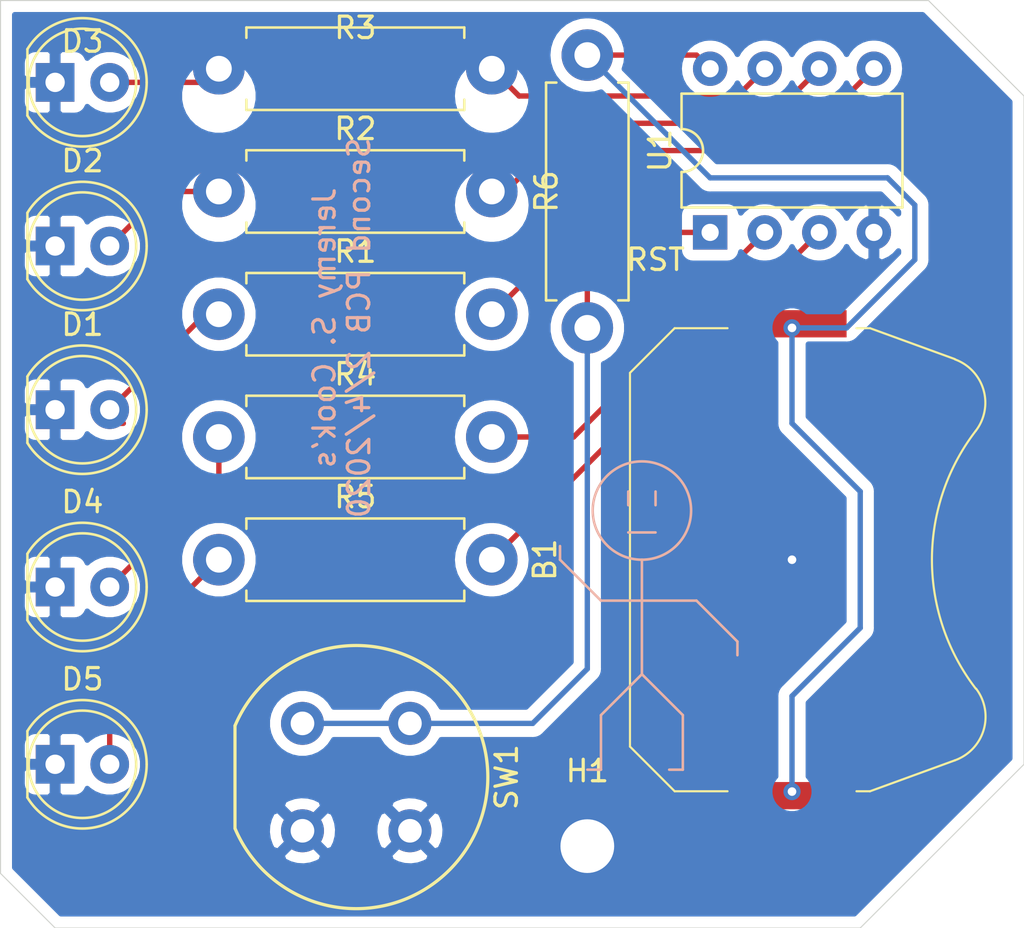
<source format=kicad_pcb>
(kicad_pcb (version 20171130) (host pcbnew "(5.1.2)-1")

  (general
    (thickness 1.6)
    (drawings 25)
    (tracks 59)
    (zones 0)
    (modules 15)
    (nets 14)
  )

  (page A4)
  (layers
    (0 F.Cu signal)
    (31 B.Cu signal)
    (32 B.Adhes user)
    (33 F.Adhes user)
    (34 B.Paste user)
    (35 F.Paste user)
    (36 B.SilkS user)
    (37 F.SilkS user)
    (38 B.Mask user)
    (39 F.Mask user)
    (40 Dwgs.User user)
    (41 Cmts.User user)
    (42 Eco1.User user)
    (43 Eco2.User user)
    (44 Edge.Cuts user)
    (45 Margin user)
    (46 B.CrtYd user)
    (47 F.CrtYd user)
    (48 B.Fab user)
    (49 F.Fab user)
  )

  (setup
    (last_trace_width 0.25)
    (trace_clearance 0.2)
    (zone_clearance 0.508)
    (zone_45_only no)
    (trace_min 0.2)
    (via_size 0.8)
    (via_drill 0.4)
    (via_min_size 0.4)
    (via_min_drill 0.3)
    (uvia_size 0.3)
    (uvia_drill 0.1)
    (uvias_allowed no)
    (uvia_min_size 0.2)
    (uvia_min_drill 0.1)
    (edge_width 0.05)
    (segment_width 0.2)
    (pcb_text_width 0.3)
    (pcb_text_size 1.5 1.5)
    (mod_edge_width 0.12)
    (mod_text_size 1 1)
    (mod_text_width 0.15)
    (pad_size 1.524 1.524)
    (pad_drill 0.762)
    (pad_to_mask_clearance 0.051)
    (solder_mask_min_width 0.25)
    (aux_axis_origin 0 0)
    (visible_elements 7FFFFFFF)
    (pcbplotparams
      (layerselection 0x010fc_ffffffff)
      (usegerberextensions false)
      (usegerberattributes false)
      (usegerberadvancedattributes false)
      (creategerberjobfile false)
      (excludeedgelayer true)
      (linewidth 0.100000)
      (plotframeref false)
      (viasonmask false)
      (mode 1)
      (useauxorigin false)
      (hpglpennumber 1)
      (hpglpenspeed 20)
      (hpglpendiameter 15.000000)
      (psnegative false)
      (psa4output false)
      (plotreference true)
      (plotvalue true)
      (plotinvisibletext false)
      (padsonsilk false)
      (subtractmaskfromsilk false)
      (outputformat 1)
      (mirror false)
      (drillshape 1)
      (scaleselection 1)
      (outputdirectory ""))
  )

  (net 0 "")
  (net 1 "Net-(D1-Pad2)")
  (net 2 GND)
  (net 3 "Net-(D2-Pad2)")
  (net 4 "Net-(D3-Pad2)")
  (net 5 "Net-(D4-Pad2)")
  (net 6 "Net-(D5-Pad2)")
  (net 7 "Net-(R1-Pad2)")
  (net 8 "Net-(R2-Pad2)")
  (net 9 "Net-(R3-Pad2)")
  (net 10 "Net-(R4-Pad2)")
  (net 11 "Net-(R5-Pad2)")
  (net 12 VCC)
  (net 13 "Net-(R6-Pad1)")

  (net_class Default "This is the default net class."
    (clearance 0.2)
    (trace_width 0.25)
    (via_dia 0.8)
    (via_drill 0.4)
    (uvia_dia 0.3)
    (uvia_drill 0.1)
    (add_net GND)
    (add_net "Net-(D1-Pad2)")
    (add_net "Net-(D2-Pad2)")
    (add_net "Net-(D3-Pad2)")
    (add_net "Net-(D4-Pad2)")
    (add_net "Net-(D5-Pad2)")
    (add_net "Net-(R1-Pad2)")
    (add_net "Net-(R2-Pad2)")
    (add_net "Net-(R3-Pad2)")
    (add_net "Net-(R4-Pad2)")
    (add_net "Net-(R5-Pad2)")
    (add_net "Net-(R6-Pad1)")
    (add_net VCC)
  )

  (module MountingHole:MountingHole_2.5mm (layer F.Cu) (tedit 56D1B4CB) (tstamp 5E3993B5)
    (at 146.05 102.87)
    (descr "Mounting Hole 2.5mm, no annular")
    (tags "mounting hole 2.5mm no annular")
    (path /5E3B5F43)
    (attr virtual)
    (fp_text reference H1 (at 0 -3.5) (layer F.SilkS)
      (effects (font (size 1 1) (thickness 0.15)))
    )
    (fp_text value MountingHole (at 0 2.54) (layer F.Fab)
      (effects (font (size 1 1) (thickness 0.15)))
    )
    (fp_circle (center 0 0) (end 2.75 0) (layer F.CrtYd) (width 0.05))
    (fp_circle (center 0 0) (end 2.5 0) (layer Cmts.User) (width 0.15))
    (fp_text user %R (at 0.3 0) (layer F.Fab)
      (effects (font (size 1 1) (thickness 0.15)))
    )
    (pad 1 np_thru_hole circle (at 0 0) (size 2.5 2.5) (drill 2.5) (layers *.Cu *.Mask))
  )

  (module Package_DIP:DIP-8_W7.62mm (layer F.Cu) (tedit 5A02E8C5) (tstamp 5E3986CE)
    (at 151.765 74.295 90)
    (descr "8-lead though-hole mounted DIP package, row spacing 7.62 mm (300 mils)")
    (tags "THT DIP DIL PDIP 2.54mm 7.62mm 300mil")
    (path /5E2E4641)
    (fp_text reference U1 (at 3.81 -2.33 90) (layer F.SilkS)
      (effects (font (size 1 1) (thickness 0.15)))
    )
    (fp_text value ATtiny85-20PU (at 3.81 9.525 90) (layer F.Fab)
      (effects (font (size 1 1) (thickness 0.15)))
    )
    (fp_text user %R (at 3.81 3.81 90) (layer F.Fab)
      (effects (font (size 1 1) (thickness 0.15)))
    )
    (fp_line (start 8.7 -1.55) (end -1.1 -1.55) (layer F.CrtYd) (width 0.05))
    (fp_line (start 8.7 9.15) (end 8.7 -1.55) (layer F.CrtYd) (width 0.05))
    (fp_line (start -1.1 9.15) (end 8.7 9.15) (layer F.CrtYd) (width 0.05))
    (fp_line (start -1.1 -1.55) (end -1.1 9.15) (layer F.CrtYd) (width 0.05))
    (fp_line (start 6.46 -1.33) (end 4.81 -1.33) (layer F.SilkS) (width 0.12))
    (fp_line (start 6.46 8.95) (end 6.46 -1.33) (layer F.SilkS) (width 0.12))
    (fp_line (start 1.16 8.95) (end 6.46 8.95) (layer F.SilkS) (width 0.12))
    (fp_line (start 1.16 -1.33) (end 1.16 8.95) (layer F.SilkS) (width 0.12))
    (fp_line (start 2.81 -1.33) (end 1.16 -1.33) (layer F.SilkS) (width 0.12))
    (fp_line (start 0.635 -0.27) (end 1.635 -1.27) (layer F.Fab) (width 0.1))
    (fp_line (start 0.635 8.89) (end 0.635 -0.27) (layer F.Fab) (width 0.1))
    (fp_line (start 6.985 8.89) (end 0.635 8.89) (layer F.Fab) (width 0.1))
    (fp_line (start 6.985 -1.27) (end 6.985 8.89) (layer F.Fab) (width 0.1))
    (fp_line (start 1.635 -1.27) (end 6.985 -1.27) (layer F.Fab) (width 0.1))
    (fp_arc (start 3.81 -1.33) (end 2.81 -1.33) (angle -180) (layer F.SilkS) (width 0.12))
    (pad 8 thru_hole oval (at 7.62 0 90) (size 1.6 1.6) (drill 0.8) (layers *.Cu *.Mask)
      (net 12 VCC))
    (pad 4 thru_hole oval (at 0 7.62 90) (size 1.6 1.6) (drill 0.8) (layers *.Cu *.Mask)
      (net 2 GND))
    (pad 7 thru_hole oval (at 7.62 2.54 90) (size 1.6 1.6) (drill 0.8) (layers *.Cu *.Mask)
      (net 9 "Net-(R3-Pad2)"))
    (pad 3 thru_hole oval (at 0 5.08 90) (size 1.6 1.6) (drill 0.8) (layers *.Cu *.Mask)
      (net 11 "Net-(R5-Pad2)"))
    (pad 6 thru_hole oval (at 7.62 5.08 90) (size 1.6 1.6) (drill 0.8) (layers *.Cu *.Mask)
      (net 8 "Net-(R2-Pad2)"))
    (pad 2 thru_hole oval (at 0 2.54 90) (size 1.6 1.6) (drill 0.8) (layers *.Cu *.Mask)
      (net 10 "Net-(R4-Pad2)"))
    (pad 5 thru_hole oval (at 7.62 7.62 90) (size 1.6 1.6) (drill 0.8) (layers *.Cu *.Mask)
      (net 7 "Net-(R1-Pad2)"))
    (pad 1 thru_hole rect (at 0 0 90) (size 1.6 1.6) (drill 0.8) (layers *.Cu *.Mask)
      (net 13 "Net-(R6-Pad1)"))
    (model ${KISYS3DMOD}/Package_DIP.3dshapes/DIP-8_W7.62mm.wrl
      (at (xyz 0 0 0))
      (scale (xyz 1 1 1))
      (rotate (xyz 0 0 0))
    )
  )

  (module Resistor_THT:R_Axial_DIN0411_L9.9mm_D3.6mm_P12.70mm_Horizontal (layer F.Cu) (tedit 5AE5139B) (tstamp 5E397BFC)
    (at 146.05 78.74 90)
    (descr "Resistor, Axial_DIN0411 series, Axial, Horizontal, pin pitch=12.7mm, 1W, length*diameter=9.9*3.6mm^2")
    (tags "Resistor Axial_DIN0411 series Axial Horizontal pin pitch 12.7mm 1W length 9.9mm diameter 3.6mm")
    (path /5E39E68E)
    (fp_text reference R6 (at 6.35 -1.905 90) (layer F.SilkS)
      (effects (font (size 1 1) (thickness 0.15)))
    )
    (fp_text value 10k (at 6.35 2.92 90) (layer F.Fab)
      (effects (font (size 1 1) (thickness 0.15)))
    )
    (fp_text user %R (at 6.35 0 90) (layer F.Fab)
      (effects (font (size 1 1) (thickness 0.15)))
    )
    (fp_line (start 14.15 -2.05) (end -1.45 -2.05) (layer F.CrtYd) (width 0.05))
    (fp_line (start 14.15 2.05) (end 14.15 -2.05) (layer F.CrtYd) (width 0.05))
    (fp_line (start -1.45 2.05) (end 14.15 2.05) (layer F.CrtYd) (width 0.05))
    (fp_line (start -1.45 -2.05) (end -1.45 2.05) (layer F.CrtYd) (width 0.05))
    (fp_line (start 11.42 1.92) (end 11.42 1.44) (layer F.SilkS) (width 0.12))
    (fp_line (start 1.28 1.92) (end 11.42 1.92) (layer F.SilkS) (width 0.12))
    (fp_line (start 1.28 1.44) (end 1.28 1.92) (layer F.SilkS) (width 0.12))
    (fp_line (start 11.42 -1.92) (end 11.42 -1.44) (layer F.SilkS) (width 0.12))
    (fp_line (start 1.28 -1.92) (end 11.42 -1.92) (layer F.SilkS) (width 0.12))
    (fp_line (start 1.28 -1.44) (end 1.28 -1.92) (layer F.SilkS) (width 0.12))
    (fp_line (start 12.7 0) (end 11.3 0) (layer F.Fab) (width 0.1))
    (fp_line (start 0 0) (end 1.4 0) (layer F.Fab) (width 0.1))
    (fp_line (start 11.3 -1.8) (end 1.4 -1.8) (layer F.Fab) (width 0.1))
    (fp_line (start 11.3 1.8) (end 11.3 -1.8) (layer F.Fab) (width 0.1))
    (fp_line (start 1.4 1.8) (end 11.3 1.8) (layer F.Fab) (width 0.1))
    (fp_line (start 1.4 -1.8) (end 1.4 1.8) (layer F.Fab) (width 0.1))
    (pad 2 thru_hole oval (at 12.7 0 90) (size 2.4 2.4) (drill 1.2) (layers *.Cu *.Mask)
      (net 12 VCC))
    (pad 1 thru_hole circle (at 0 0 90) (size 2.4 2.4) (drill 1.2) (layers *.Cu *.Mask)
      (net 13 "Net-(R6-Pad1)"))
    (model ${KISYS3DMOD}/Resistor_THT.3dshapes/R_Axial_DIN0411_L9.9mm_D3.6mm_P12.70mm_Horizontal.wrl
      (at (xyz 0 0 0))
      (scale (xyz 1 1 1))
      (rotate (xyz 0 0 0))
    )
  )

  (module Battery:BatteryHolder_Keystone_3034_1x20mm (layer F.Cu) (tedit 595D9565) (tstamp 5E2FF310)
    (at 155.575 89.535 90)
    (descr "Keystone 3034 SMD battery holder for 2020, 2025 and 2032 coincell batteries. http://www.keyelco.com/product-pdf.cfm?p=798")
    (tags "Keystone type 3034 coin cell retainer")
    (path /5E2FA47B)
    (attr smd)
    (fp_text reference B1 (at 0 -11.5 90) (layer F.SilkS)
      (effects (font (size 1 1) (thickness 0.15)))
    )
    (fp_text value CR2032Bat (at 0 8.89 90) (layer F.Fab)
      (effects (font (size 1 1) (thickness 0.15)))
    )
    (fp_line (start 11.87 2.79) (end 11.87 -2.79) (layer F.CrtYd) (width 0.05))
    (fp_line (start 10.88 2.79) (end 11.87 2.79) (layer F.CrtYd) (width 0.05))
    (fp_line (start 10.88 3.64) (end 10.88 2.79) (layer F.CrtYd) (width 0.05))
    (fp_line (start 9.43 7.63) (end 10.88 3.64) (layer F.CrtYd) (width 0.05))
    (fp_arc (start 7.31 6.85) (end 5.96 8.64) (angle -106.9) (layer F.CrtYd) (width 0.05))
    (fp_arc (start 0 0) (end -5.96 8.64) (angle -69.1) (layer F.CrtYd) (width 0.05))
    (fp_arc (start -7.31 6.85) (end -9.43 7.62) (angle -106.9) (layer F.CrtYd) (width 0.05))
    (fp_line (start -10.88 3.64) (end -9.44 7.62) (layer F.CrtYd) (width 0.05))
    (fp_line (start -10.88 2.79) (end -10.88 3.64) (layer F.CrtYd) (width 0.05))
    (fp_line (start -11.87 2.79) (end -10.88 2.79) (layer F.CrtYd) (width 0.05))
    (fp_line (start -11.87 -2.79) (end -11.87 2.79) (layer F.CrtYd) (width 0.05))
    (fp_line (start -10.88 -2.79) (end -11.87 -2.79) (layer F.CrtYd) (width 0.05))
    (fp_line (start -10.88 -5.5) (end -10.88 -2.79) (layer F.CrtYd) (width 0.05))
    (fp_line (start -8.74 -7.64) (end -10.88 -5.5) (layer F.CrtYd) (width 0.05))
    (fp_line (start -7.2 -7.64) (end -8.74 -7.64) (layer F.CrtYd) (width 0.05))
    (fp_arc (start 0 0) (end 7.2 -7.64) (angle -86.6) (layer F.CrtYd) (width 0.05))
    (fp_line (start 8.74 -7.64) (end 7.2 -7.64) (layer F.CrtYd) (width 0.05))
    (fp_line (start 10.88 -5.5) (end 8.74 -7.64) (layer F.CrtYd) (width 0.05))
    (fp_line (start 10.88 -2.79) (end 10.88 -5.5) (layer F.CrtYd) (width 0.05))
    (fp_line (start 11.87 -2.79) (end 10.88 -2.79) (layer F.CrtYd) (width 0.05))
    (fp_arc (start -7.31 6.85) (end -9.19 7.53) (angle -107.5) (layer F.Fab) (width 0.1))
    (fp_arc (start 0 16.36) (end 6.1 8.43) (angle -75.1) (layer F.Fab) (width 0.1))
    (fp_arc (start 7.31 6.85) (end 6.1 8.43) (angle -107.5) (layer F.Fab) (width 0.1))
    (fp_line (start 10.63 3.6) (end 9.19 7.53) (layer F.Fab) (width 0.1))
    (fp_line (start 10.63 -5.4) (end 10.63 3.6) (layer F.Fab) (width 0.1))
    (fp_line (start 8.64 -7.39) (end 10.63 -5.4) (layer F.Fab) (width 0.1))
    (fp_line (start -8.64 -7.39) (end 8.64 -7.39) (layer F.Fab) (width 0.1))
    (fp_line (start -10.63 -5.4) (end -8.64 -7.39) (layer F.Fab) (width 0.1))
    (fp_line (start -10.63 3.6) (end -10.63 -5.4) (layer F.Fab) (width 0.1))
    (fp_line (start -9.19 7.53) (end -10.63 3.6) (layer F.Fab) (width 0.1))
    (fp_line (start 10.78 3) (end 10.78 3.63) (layer F.SilkS) (width 0.1))
    (fp_line (start 10.78 -5.46) (end 10.78 -3) (layer F.SilkS) (width 0.1))
    (fp_line (start -10.78 3) (end -10.78 3.63) (layer F.SilkS) (width 0.1))
    (fp_line (start -10.78 -5.46) (end -10.78 -3) (layer F.SilkS) (width 0.1))
    (fp_arc (start 7.31 6.85) (end 6 8.55) (angle -107.5) (layer F.SilkS) (width 0.1))
    (fp_line (start 10.78 3.63) (end 9.34 7.58) (layer F.SilkS) (width 0.1))
    (fp_line (start 8.7 -7.54) (end 10.78 -5.46) (layer F.SilkS) (width 0.1))
    (fp_line (start 8.7 -7.54) (end -8.7 -7.54) (layer F.SilkS) (width 0.1))
    (fp_line (start -8.7 -7.54) (end -10.78 -5.46) (layer F.SilkS) (width 0.1))
    (fp_line (start -10.78 3.63) (end -9.34 7.58) (layer F.SilkS) (width 0.1))
    (fp_arc (start -7.31 6.85) (end -9.34 7.58) (angle -107.5) (layer F.SilkS) (width 0.1))
    (fp_arc (start 0 16.36) (end 6 8.55) (angle -75.1) (layer F.SilkS) (width 0.1))
    (fp_circle (center 0 0) (end 0 10.25) (layer Dwgs.User) (width 0.15))
    (fp_text user %R (at 0 -2.9 90) (layer F.Fab)
      (effects (font (size 1 1) (thickness 0.15)))
    )
    (pad 1 smd rect (at -10.985 0 90) (size 1.27 5.08) (layers F.Cu F.Paste F.Mask)
      (net 12 VCC))
    (pad 1 smd rect (at 10.985 0 90) (size 1.27 5.08) (layers F.Cu F.Paste F.Mask)
      (net 12 VCC))
    (pad 2 smd rect (at 0 0 90) (size 3.96 3.96) (layers F.Cu F.Paste F.Mask)
      (net 2 GND))
    (model ${KISYS3DMOD}/Battery.3dshapes/BatteryHolder_Keystone_3034_1x20mm.wrl
      (at (xyz 0 0 0))
      (scale (xyz 1 1 1))
      (rotate (xyz 0 0 0))
    )
  )

  (module LED_THT:LED_D5.0mm (layer F.Cu) (tedit 5995936A) (tstamp 5E2EA1E6)
    (at 121.285 90.805)
    (descr "LED, diameter 5.0mm, 2 pins, http://cdn-reichelt.de/documents/datenblatt/A500/LL-504BC2E-009.pdf")
    (tags "LED diameter 5.0mm 2 pins")
    (path /5E2EBFFA)
    (fp_text reference D4 (at 1.27 -3.96) (layer F.SilkS)
      (effects (font (size 1 1) (thickness 0.15)))
    )
    (fp_text value LED (at 1.27 3.96) (layer F.Fab)
      (effects (font (size 1 1) (thickness 0.15)))
    )
    (fp_text user %R (at 1.25 0) (layer F.Fab)
      (effects (font (size 0.8 0.8) (thickness 0.2)))
    )
    (fp_line (start 4.5 -3.25) (end -1.95 -3.25) (layer F.CrtYd) (width 0.05))
    (fp_line (start 4.5 3.25) (end 4.5 -3.25) (layer F.CrtYd) (width 0.05))
    (fp_line (start -1.95 3.25) (end 4.5 3.25) (layer F.CrtYd) (width 0.05))
    (fp_line (start -1.95 -3.25) (end -1.95 3.25) (layer F.CrtYd) (width 0.05))
    (fp_line (start -1.29 -1.545) (end -1.29 1.545) (layer F.SilkS) (width 0.12))
    (fp_line (start -1.23 -1.469694) (end -1.23 1.469694) (layer F.Fab) (width 0.1))
    (fp_circle (center 1.27 0) (end 3.77 0) (layer F.SilkS) (width 0.12))
    (fp_circle (center 1.27 0) (end 3.77 0) (layer F.Fab) (width 0.1))
    (fp_arc (start 1.27 0) (end -1.29 1.54483) (angle -148.9) (layer F.SilkS) (width 0.12))
    (fp_arc (start 1.27 0) (end -1.29 -1.54483) (angle 148.9) (layer F.SilkS) (width 0.12))
    (fp_arc (start 1.27 0) (end -1.23 -1.469694) (angle 299.1) (layer F.Fab) (width 0.1))
    (pad 2 thru_hole circle (at 2.54 0) (size 1.8 1.8) (drill 0.9) (layers *.Cu *.Mask)
      (net 5 "Net-(D4-Pad2)"))
    (pad 1 thru_hole rect (at 0 0) (size 1.8 1.8) (drill 0.9) (layers *.Cu *.Mask)
      (net 2 GND))
    (model ${KISYS3DMOD}/LED_THT.3dshapes/LED_D5.0mm.wrl
      (at (xyz 0 0 0))
      (scale (xyz 1 1 1))
      (rotate (xyz 0 0 0))
    )
  )

  (module Button_Switch_THT:Push_E-Switch_KS01Q01 (layer F.Cu) (tedit 5A02FE31) (tstamp 5E2EA27A)
    (at 137.795 97.155 270)
    (descr "E-Switch KS01Q01 http://spec_sheets.e-switch.com/specs/29-KS01Q01.pdf")
    (tags "Push Button")
    (path /5E2ED0BD)
    (fp_text reference SW1 (at 2.5 -4.5 90) (layer F.SilkS)
      (effects (font (size 1 1) (thickness 0.15)))
    )
    (fp_text value SW_Push_Dual (at 2.5 9.5 90) (layer F.Fab)
      (effects (font (size 1 1) (thickness 0.15)))
    )
    (fp_arc (start 2.5 2.5) (end 0.11 8.14) (angle 314) (layer F.SilkS) (width 0.15))
    (fp_line (start 4.89 8.14) (end 0.11 8.14) (layer F.SilkS) (width 0.15))
    (fp_text user %R (at 2.5 2.5 90) (layer F.Fab)
      (effects (font (size 1 1) (thickness 0.15)))
    )
    (fp_arc (start 2.5 2.5) (end 0.11 8) (angle 313) (layer F.Fab) (width 0.1))
    (fp_line (start 0.11 8) (end 4.89 8) (layer F.Fab) (width 0.1))
    (fp_arc (start 2.55 2.5) (end 0.04 8.39) (angle 313.8378348) (layer F.CrtYd) (width 0.05))
    (fp_line (start 0.04 8.39) (end 5.06 8.39) (layer F.CrtYd) (width 0.05))
    (pad 3 thru_hole circle (at 0 5 270) (size 2 2) (drill 1.1) (layers *.Cu *.Mask)
      (net 13 "Net-(R6-Pad1)"))
    (pad 4 thru_hole circle (at 5 5 270) (size 2 2) (drill 1.1) (layers *.Cu *.Mask)
      (net 2 GND))
    (pad 2 thru_hole circle (at 5 0 270) (size 2 2) (drill 1.1) (layers *.Cu *.Mask)
      (net 2 GND))
    (pad 1 thru_hole circle (at 0 0 270) (size 2 2) (drill 1.1) (layers *.Cu *.Mask)
      (net 13 "Net-(R6-Pad1)"))
    (model ${KISYS3DMOD}/Button_Switch_THT.3dshapes/Push_E-Switch_KS01Q01.wrl
      (at (xyz 0 0 0))
      (scale (xyz 1 1 1))
      (rotate (xyz 0 0 0))
    )
  )

  (module Resistor_THT:R_Axial_DIN0411_L9.9mm_D3.6mm_P12.70mm_Horizontal (layer F.Cu) (tedit 5AE5139B) (tstamp 5E2EA26B)
    (at 128.905 89.535)
    (descr "Resistor, Axial_DIN0411 series, Axial, Horizontal, pin pitch=12.7mm, 1W, length*diameter=9.9*3.6mm^2")
    (tags "Resistor Axial_DIN0411 series Axial Horizontal pin pitch 12.7mm 1W length 9.9mm diameter 3.6mm")
    (path /5E2E4FEE)
    (fp_text reference R5 (at 6.35 -2.92) (layer F.SilkS)
      (effects (font (size 1 1) (thickness 0.15)))
    )
    (fp_text value 50R (at 6.35 2.92) (layer F.Fab)
      (effects (font (size 1 1) (thickness 0.15)))
    )
    (fp_text user %R (at 6.35 0) (layer F.Fab)
      (effects (font (size 1 1) (thickness 0.15)))
    )
    (fp_line (start 14.15 -2.05) (end -1.45 -2.05) (layer F.CrtYd) (width 0.05))
    (fp_line (start 14.15 2.05) (end 14.15 -2.05) (layer F.CrtYd) (width 0.05))
    (fp_line (start -1.45 2.05) (end 14.15 2.05) (layer F.CrtYd) (width 0.05))
    (fp_line (start -1.45 -2.05) (end -1.45 2.05) (layer F.CrtYd) (width 0.05))
    (fp_line (start 11.42 1.92) (end 11.42 1.44) (layer F.SilkS) (width 0.12))
    (fp_line (start 1.28 1.92) (end 11.42 1.92) (layer F.SilkS) (width 0.12))
    (fp_line (start 1.28 1.44) (end 1.28 1.92) (layer F.SilkS) (width 0.12))
    (fp_line (start 11.42 -1.92) (end 11.42 -1.44) (layer F.SilkS) (width 0.12))
    (fp_line (start 1.28 -1.92) (end 11.42 -1.92) (layer F.SilkS) (width 0.12))
    (fp_line (start 1.28 -1.44) (end 1.28 -1.92) (layer F.SilkS) (width 0.12))
    (fp_line (start 12.7 0) (end 11.3 0) (layer F.Fab) (width 0.1))
    (fp_line (start 0 0) (end 1.4 0) (layer F.Fab) (width 0.1))
    (fp_line (start 11.3 -1.8) (end 1.4 -1.8) (layer F.Fab) (width 0.1))
    (fp_line (start 11.3 1.8) (end 11.3 -1.8) (layer F.Fab) (width 0.1))
    (fp_line (start 1.4 1.8) (end 11.3 1.8) (layer F.Fab) (width 0.1))
    (fp_line (start 1.4 -1.8) (end 1.4 1.8) (layer F.Fab) (width 0.1))
    (pad 2 thru_hole oval (at 12.7 0) (size 2.4 2.4) (drill 1.2) (layers *.Cu *.Mask)
      (net 11 "Net-(R5-Pad2)"))
    (pad 1 thru_hole circle (at 0 0) (size 2.4 2.4) (drill 1.2) (layers *.Cu *.Mask)
      (net 6 "Net-(D5-Pad2)"))
    (model ${KISYS3DMOD}/Resistor_THT.3dshapes/R_Axial_DIN0411_L9.9mm_D3.6mm_P12.70mm_Horizontal.wrl
      (at (xyz 0 0 0))
      (scale (xyz 1 1 1))
      (rotate (xyz 0 0 0))
    )
  )

  (module Resistor_THT:R_Axial_DIN0411_L9.9mm_D3.6mm_P12.70mm_Horizontal (layer F.Cu) (tedit 5AE5139B) (tstamp 5E2EA254)
    (at 128.905 83.82)
    (descr "Resistor, Axial_DIN0411 series, Axial, Horizontal, pin pitch=12.7mm, 1W, length*diameter=9.9*3.6mm^2")
    (tags "Resistor Axial_DIN0411 series Axial Horizontal pin pitch 12.7mm 1W length 9.9mm diameter 3.6mm")
    (path /5E2E5F36)
    (fp_text reference R4 (at 6.35 -2.92) (layer F.SilkS)
      (effects (font (size 1 1) (thickness 0.15)))
    )
    (fp_text value 50R (at 6.35 2.92) (layer F.Fab)
      (effects (font (size 1 1) (thickness 0.15)))
    )
    (fp_text user %R (at 6.35 0) (layer F.Fab)
      (effects (font (size 1 1) (thickness 0.15)))
    )
    (fp_line (start 14.15 -2.05) (end -1.45 -2.05) (layer F.CrtYd) (width 0.05))
    (fp_line (start 14.15 2.05) (end 14.15 -2.05) (layer F.CrtYd) (width 0.05))
    (fp_line (start -1.45 2.05) (end 14.15 2.05) (layer F.CrtYd) (width 0.05))
    (fp_line (start -1.45 -2.05) (end -1.45 2.05) (layer F.CrtYd) (width 0.05))
    (fp_line (start 11.42 1.92) (end 11.42 1.44) (layer F.SilkS) (width 0.12))
    (fp_line (start 1.28 1.92) (end 11.42 1.92) (layer F.SilkS) (width 0.12))
    (fp_line (start 1.28 1.44) (end 1.28 1.92) (layer F.SilkS) (width 0.12))
    (fp_line (start 11.42 -1.92) (end 11.42 -1.44) (layer F.SilkS) (width 0.12))
    (fp_line (start 1.28 -1.92) (end 11.42 -1.92) (layer F.SilkS) (width 0.12))
    (fp_line (start 1.28 -1.44) (end 1.28 -1.92) (layer F.SilkS) (width 0.12))
    (fp_line (start 12.7 0) (end 11.3 0) (layer F.Fab) (width 0.1))
    (fp_line (start 0 0) (end 1.4 0) (layer F.Fab) (width 0.1))
    (fp_line (start 11.3 -1.8) (end 1.4 -1.8) (layer F.Fab) (width 0.1))
    (fp_line (start 11.3 1.8) (end 11.3 -1.8) (layer F.Fab) (width 0.1))
    (fp_line (start 1.4 1.8) (end 11.3 1.8) (layer F.Fab) (width 0.1))
    (fp_line (start 1.4 -1.8) (end 1.4 1.8) (layer F.Fab) (width 0.1))
    (pad 2 thru_hole oval (at 12.7 0) (size 2.4 2.4) (drill 1.2) (layers *.Cu *.Mask)
      (net 10 "Net-(R4-Pad2)"))
    (pad 1 thru_hole circle (at 0 0) (size 2.4 2.4) (drill 1.2) (layers *.Cu *.Mask)
      (net 5 "Net-(D4-Pad2)"))
    (model ${KISYS3DMOD}/Resistor_THT.3dshapes/R_Axial_DIN0411_L9.9mm_D3.6mm_P12.70mm_Horizontal.wrl
      (at (xyz 0 0 0))
      (scale (xyz 1 1 1))
      (rotate (xyz 0 0 0))
    )
  )

  (module Resistor_THT:R_Axial_DIN0411_L9.9mm_D3.6mm_P12.70mm_Horizontal (layer F.Cu) (tedit 5AE5139B) (tstamp 5E2EA23D)
    (at 128.905 66.675)
    (descr "Resistor, Axial_DIN0411 series, Axial, Horizontal, pin pitch=12.7mm, 1W, length*diameter=9.9*3.6mm^2")
    (tags "Resistor Axial_DIN0411 series Axial Horizontal pin pitch 12.7mm 1W length 9.9mm diameter 3.6mm")
    (path /5E2E661D)
    (fp_text reference R3 (at 6.35 -1.905) (layer F.SilkS)
      (effects (font (size 1 1) (thickness 0.15)))
    )
    (fp_text value 50R (at 6.35 2.92) (layer F.Fab)
      (effects (font (size 1 1) (thickness 0.15)))
    )
    (fp_line (start 1.4 -1.8) (end 1.4 1.8) (layer F.Fab) (width 0.1))
    (fp_line (start 1.4 1.8) (end 11.3 1.8) (layer F.Fab) (width 0.1))
    (fp_line (start 11.3 1.8) (end 11.3 -1.8) (layer F.Fab) (width 0.1))
    (fp_line (start 11.3 -1.8) (end 1.4 -1.8) (layer F.Fab) (width 0.1))
    (fp_line (start 0 0) (end 1.4 0) (layer F.Fab) (width 0.1))
    (fp_line (start 12.7 0) (end 11.3 0) (layer F.Fab) (width 0.1))
    (fp_line (start 1.28 -1.44) (end 1.28 -1.92) (layer F.SilkS) (width 0.12))
    (fp_line (start 1.28 -1.92) (end 11.42 -1.92) (layer F.SilkS) (width 0.12))
    (fp_line (start 11.42 -1.92) (end 11.42 -1.44) (layer F.SilkS) (width 0.12))
    (fp_line (start 1.28 1.44) (end 1.28 1.92) (layer F.SilkS) (width 0.12))
    (fp_line (start 1.28 1.92) (end 11.42 1.92) (layer F.SilkS) (width 0.12))
    (fp_line (start 11.42 1.92) (end 11.42 1.44) (layer F.SilkS) (width 0.12))
    (fp_line (start -1.45 -2.05) (end -1.45 2.05) (layer F.CrtYd) (width 0.05))
    (fp_line (start -1.45 2.05) (end 14.15 2.05) (layer F.CrtYd) (width 0.05))
    (fp_line (start 14.15 2.05) (end 14.15 -2.05) (layer F.CrtYd) (width 0.05))
    (fp_line (start 14.15 -2.05) (end -1.45 -2.05) (layer F.CrtYd) (width 0.05))
    (fp_text user %R (at 6.35 0) (layer F.Fab)
      (effects (font (size 1 1) (thickness 0.15)))
    )
    (pad 1 thru_hole circle (at 0 0) (size 2.4 2.4) (drill 1.2) (layers *.Cu *.Mask)
      (net 4 "Net-(D3-Pad2)"))
    (pad 2 thru_hole oval (at 12.7 0) (size 2.4 2.4) (drill 1.2) (layers *.Cu *.Mask)
      (net 9 "Net-(R3-Pad2)"))
    (model ${KISYS3DMOD}/Resistor_THT.3dshapes/R_Axial_DIN0411_L9.9mm_D3.6mm_P12.70mm_Horizontal.wrl
      (at (xyz 0 0 0))
      (scale (xyz 1 1 1))
      (rotate (xyz 0 0 0))
    )
  )

  (module Resistor_THT:R_Axial_DIN0411_L9.9mm_D3.6mm_P12.70mm_Horizontal (layer F.Cu) (tedit 5AE5139B) (tstamp 5E2EA226)
    (at 128.905 72.39)
    (descr "Resistor, Axial_DIN0411 series, Axial, Horizontal, pin pitch=12.7mm, 1W, length*diameter=9.9*3.6mm^2")
    (tags "Resistor Axial_DIN0411 series Axial Horizontal pin pitch 12.7mm 1W length 9.9mm diameter 3.6mm")
    (path /5E2E6C6C)
    (fp_text reference R2 (at 6.35 -2.92) (layer F.SilkS)
      (effects (font (size 1 1) (thickness 0.15)))
    )
    (fp_text value 50R (at 6.35 2.92) (layer F.Fab)
      (effects (font (size 1 1) (thickness 0.15)))
    )
    (fp_text user %R (at 6.35 0) (layer F.Fab)
      (effects (font (size 1 1) (thickness 0.15)))
    )
    (fp_line (start 14.15 -2.05) (end -1.45 -2.05) (layer F.CrtYd) (width 0.05))
    (fp_line (start 14.15 2.05) (end 14.15 -2.05) (layer F.CrtYd) (width 0.05))
    (fp_line (start -1.45 2.05) (end 14.15 2.05) (layer F.CrtYd) (width 0.05))
    (fp_line (start -1.45 -2.05) (end -1.45 2.05) (layer F.CrtYd) (width 0.05))
    (fp_line (start 11.42 1.92) (end 11.42 1.44) (layer F.SilkS) (width 0.12))
    (fp_line (start 1.28 1.92) (end 11.42 1.92) (layer F.SilkS) (width 0.12))
    (fp_line (start 1.28 1.44) (end 1.28 1.92) (layer F.SilkS) (width 0.12))
    (fp_line (start 11.42 -1.92) (end 11.42 -1.44) (layer F.SilkS) (width 0.12))
    (fp_line (start 1.28 -1.92) (end 11.42 -1.92) (layer F.SilkS) (width 0.12))
    (fp_line (start 1.28 -1.44) (end 1.28 -1.92) (layer F.SilkS) (width 0.12))
    (fp_line (start 12.7 0) (end 11.3 0) (layer F.Fab) (width 0.1))
    (fp_line (start 0 0) (end 1.4 0) (layer F.Fab) (width 0.1))
    (fp_line (start 11.3 -1.8) (end 1.4 -1.8) (layer F.Fab) (width 0.1))
    (fp_line (start 11.3 1.8) (end 11.3 -1.8) (layer F.Fab) (width 0.1))
    (fp_line (start 1.4 1.8) (end 11.3 1.8) (layer F.Fab) (width 0.1))
    (fp_line (start 1.4 -1.8) (end 1.4 1.8) (layer F.Fab) (width 0.1))
    (pad 2 thru_hole oval (at 12.7 0) (size 2.4 2.4) (drill 1.2) (layers *.Cu *.Mask)
      (net 8 "Net-(R2-Pad2)"))
    (pad 1 thru_hole circle (at 0 0) (size 2.4 2.4) (drill 1.2) (layers *.Cu *.Mask)
      (net 3 "Net-(D2-Pad2)"))
    (model ${KISYS3DMOD}/Resistor_THT.3dshapes/R_Axial_DIN0411_L9.9mm_D3.6mm_P12.70mm_Horizontal.wrl
      (at (xyz 0 0 0))
      (scale (xyz 1 1 1))
      (rotate (xyz 0 0 0))
    )
  )

  (module Resistor_THT:R_Axial_DIN0411_L9.9mm_D3.6mm_P12.70mm_Horizontal (layer F.Cu) (tedit 5AE5139B) (tstamp 5E2EA20F)
    (at 128.905 78.105)
    (descr "Resistor, Axial_DIN0411 series, Axial, Horizontal, pin pitch=12.7mm, 1W, length*diameter=9.9*3.6mm^2")
    (tags "Resistor Axial_DIN0411 series Axial Horizontal pin pitch 12.7mm 1W length 9.9mm diameter 3.6mm")
    (path /5E2E9B31)
    (fp_text reference R1 (at 6.35 -2.92) (layer F.SilkS)
      (effects (font (size 1 1) (thickness 0.15)))
    )
    (fp_text value 50R (at 6.35 2.92) (layer F.Fab)
      (effects (font (size 1 1) (thickness 0.15)))
    )
    (fp_text user %R (at 6.35 0) (layer F.Fab)
      (effects (font (size 1 1) (thickness 0.15)))
    )
    (fp_line (start 14.15 -2.05) (end -1.45 -2.05) (layer F.CrtYd) (width 0.05))
    (fp_line (start 14.15 2.05) (end 14.15 -2.05) (layer F.CrtYd) (width 0.05))
    (fp_line (start -1.45 2.05) (end 14.15 2.05) (layer F.CrtYd) (width 0.05))
    (fp_line (start -1.45 -2.05) (end -1.45 2.05) (layer F.CrtYd) (width 0.05))
    (fp_line (start 11.42 1.92) (end 11.42 1.44) (layer F.SilkS) (width 0.12))
    (fp_line (start 1.28 1.92) (end 11.42 1.92) (layer F.SilkS) (width 0.12))
    (fp_line (start 1.28 1.44) (end 1.28 1.92) (layer F.SilkS) (width 0.12))
    (fp_line (start 11.42 -1.92) (end 11.42 -1.44) (layer F.SilkS) (width 0.12))
    (fp_line (start 1.28 -1.92) (end 11.42 -1.92) (layer F.SilkS) (width 0.12))
    (fp_line (start 1.28 -1.44) (end 1.28 -1.92) (layer F.SilkS) (width 0.12))
    (fp_line (start 12.7 0) (end 11.3 0) (layer F.Fab) (width 0.1))
    (fp_line (start 0 0) (end 1.4 0) (layer F.Fab) (width 0.1))
    (fp_line (start 11.3 -1.8) (end 1.4 -1.8) (layer F.Fab) (width 0.1))
    (fp_line (start 11.3 1.8) (end 11.3 -1.8) (layer F.Fab) (width 0.1))
    (fp_line (start 1.4 1.8) (end 11.3 1.8) (layer F.Fab) (width 0.1))
    (fp_line (start 1.4 -1.8) (end 1.4 1.8) (layer F.Fab) (width 0.1))
    (pad 2 thru_hole oval (at 12.7 0) (size 2.4 2.4) (drill 1.2) (layers *.Cu *.Mask)
      (net 7 "Net-(R1-Pad2)"))
    (pad 1 thru_hole circle (at 0 0) (size 2.4 2.4) (drill 1.2) (layers *.Cu *.Mask)
      (net 1 "Net-(D1-Pad2)"))
    (model ${KISYS3DMOD}/Resistor_THT.3dshapes/R_Axial_DIN0411_L9.9mm_D3.6mm_P12.70mm_Horizontal.wrl
      (at (xyz 0 0 0))
      (scale (xyz 1 1 1))
      (rotate (xyz 0 0 0))
    )
  )

  (module LED_THT:LED_D5.0mm (layer F.Cu) (tedit 5995936A) (tstamp 5E2EA1F8)
    (at 121.285 99.06)
    (descr "LED, diameter 5.0mm, 2 pins, http://cdn-reichelt.de/documents/datenblatt/A500/LL-504BC2E-009.pdf")
    (tags "LED diameter 5.0mm 2 pins")
    (path /5E2EC901)
    (fp_text reference D5 (at 1.27 -3.96) (layer F.SilkS)
      (effects (font (size 1 1) (thickness 0.15)))
    )
    (fp_text value LED (at 1.27 3.96) (layer F.Fab)
      (effects (font (size 1 1) (thickness 0.15)))
    )
    (fp_text user %R (at 1.25 0) (layer F.Fab)
      (effects (font (size 0.8 0.8) (thickness 0.2)))
    )
    (fp_line (start 4.5 -3.25) (end -1.95 -3.25) (layer F.CrtYd) (width 0.05))
    (fp_line (start 4.5 3.25) (end 4.5 -3.25) (layer F.CrtYd) (width 0.05))
    (fp_line (start -1.95 3.25) (end 4.5 3.25) (layer F.CrtYd) (width 0.05))
    (fp_line (start -1.95 -3.25) (end -1.95 3.25) (layer F.CrtYd) (width 0.05))
    (fp_line (start -1.29 -1.545) (end -1.29 1.545) (layer F.SilkS) (width 0.12))
    (fp_line (start -1.23 -1.469694) (end -1.23 1.469694) (layer F.Fab) (width 0.1))
    (fp_circle (center 1.27 0) (end 3.77 0) (layer F.SilkS) (width 0.12))
    (fp_circle (center 1.27 0) (end 3.77 0) (layer F.Fab) (width 0.1))
    (fp_arc (start 1.27 0) (end -1.29 1.54483) (angle -148.9) (layer F.SilkS) (width 0.12))
    (fp_arc (start 1.27 0) (end -1.29 -1.54483) (angle 148.9) (layer F.SilkS) (width 0.12))
    (fp_arc (start 1.27 0) (end -1.23 -1.469694) (angle 299.1) (layer F.Fab) (width 0.1))
    (pad 2 thru_hole circle (at 2.54 0) (size 1.8 1.8) (drill 0.9) (layers *.Cu *.Mask)
      (net 6 "Net-(D5-Pad2)"))
    (pad 1 thru_hole rect (at 0 0) (size 1.8 1.8) (drill 0.9) (layers *.Cu *.Mask)
      (net 2 GND))
    (model ${KISYS3DMOD}/LED_THT.3dshapes/LED_D5.0mm.wrl
      (at (xyz 0 0 0))
      (scale (xyz 1 1 1))
      (rotate (xyz 0 0 0))
    )
  )

  (module LED_THT:LED_D5.0mm (layer F.Cu) (tedit 5995936A) (tstamp 5E2EA1D4)
    (at 121.285 67.31)
    (descr "LED, diameter 5.0mm, 2 pins, http://cdn-reichelt.de/documents/datenblatt/A500/LL-504BC2E-009.pdf")
    (tags "LED diameter 5.0mm 2 pins")
    (path /5E2EB910)
    (fp_text reference D3 (at 1.27 -1.905) (layer F.SilkS)
      (effects (font (size 1 1) (thickness 0.15)))
    )
    (fp_text value LED (at 1.27 3.96) (layer F.Fab)
      (effects (font (size 1 1) (thickness 0.15)))
    )
    (fp_text user %R (at 1.25 0) (layer F.Fab)
      (effects (font (size 0.8 0.8) (thickness 0.2)))
    )
    (fp_line (start 4.5 -3.25) (end -1.95 -3.25) (layer F.CrtYd) (width 0.05))
    (fp_line (start 4.5 3.25) (end 4.5 -3.25) (layer F.CrtYd) (width 0.05))
    (fp_line (start -1.95 3.25) (end 4.5 3.25) (layer F.CrtYd) (width 0.05))
    (fp_line (start -1.95 -3.25) (end -1.95 3.25) (layer F.CrtYd) (width 0.05))
    (fp_line (start -1.29 -1.545) (end -1.29 1.545) (layer F.SilkS) (width 0.12))
    (fp_line (start -1.23 -1.469694) (end -1.23 1.469694) (layer F.Fab) (width 0.1))
    (fp_circle (center 1.27 0) (end 3.77 0) (layer F.SilkS) (width 0.12))
    (fp_circle (center 1.27 0) (end 3.77 0) (layer F.Fab) (width 0.1))
    (fp_arc (start 1.27 0) (end -1.29 1.54483) (angle -148.9) (layer F.SilkS) (width 0.12))
    (fp_arc (start 1.27 0) (end -1.29 -1.54483) (angle 148.9) (layer F.SilkS) (width 0.12))
    (fp_arc (start 1.27 0) (end -1.23 -1.469694) (angle 299.1) (layer F.Fab) (width 0.1))
    (pad 2 thru_hole circle (at 2.54 0) (size 1.8 1.8) (drill 0.9) (layers *.Cu *.Mask)
      (net 4 "Net-(D3-Pad2)"))
    (pad 1 thru_hole rect (at 0 0) (size 1.8 1.8) (drill 0.9) (layers *.Cu *.Mask)
      (net 2 GND))
    (model ${KISYS3DMOD}/LED_THT.3dshapes/LED_D5.0mm.wrl
      (at (xyz 0 0 0))
      (scale (xyz 1 1 1))
      (rotate (xyz 0 0 0))
    )
  )

  (module LED_THT:LED_D5.0mm (layer F.Cu) (tedit 5995936A) (tstamp 5E2EA1C2)
    (at 121.285 74.93)
    (descr "LED, diameter 5.0mm, 2 pins, http://cdn-reichelt.de/documents/datenblatt/A500/LL-504BC2E-009.pdf")
    (tags "LED diameter 5.0mm 2 pins")
    (path /5E2EADE0)
    (fp_text reference D2 (at 1.27 -3.96) (layer F.SilkS)
      (effects (font (size 1 1) (thickness 0.15)))
    )
    (fp_text value LED (at 1.27 3.96) (layer F.Fab)
      (effects (font (size 1 1) (thickness 0.15)))
    )
    (fp_text user %R (at 1.25 0) (layer F.Fab)
      (effects (font (size 0.8 0.8) (thickness 0.2)))
    )
    (fp_line (start 4.5 -3.25) (end -1.95 -3.25) (layer F.CrtYd) (width 0.05))
    (fp_line (start 4.5 3.25) (end 4.5 -3.25) (layer F.CrtYd) (width 0.05))
    (fp_line (start -1.95 3.25) (end 4.5 3.25) (layer F.CrtYd) (width 0.05))
    (fp_line (start -1.95 -3.25) (end -1.95 3.25) (layer F.CrtYd) (width 0.05))
    (fp_line (start -1.29 -1.545) (end -1.29 1.545) (layer F.SilkS) (width 0.12))
    (fp_line (start -1.23 -1.469694) (end -1.23 1.469694) (layer F.Fab) (width 0.1))
    (fp_circle (center 1.27 0) (end 3.77 0) (layer F.SilkS) (width 0.12))
    (fp_circle (center 1.27 0) (end 3.77 0) (layer F.Fab) (width 0.1))
    (fp_arc (start 1.27 0) (end -1.29 1.54483) (angle -148.9) (layer F.SilkS) (width 0.12))
    (fp_arc (start 1.27 0) (end -1.29 -1.54483) (angle 148.9) (layer F.SilkS) (width 0.12))
    (fp_arc (start 1.27 0) (end -1.23 -1.469694) (angle 299.1) (layer F.Fab) (width 0.1))
    (pad 2 thru_hole circle (at 2.54 0) (size 1.8 1.8) (drill 0.9) (layers *.Cu *.Mask)
      (net 3 "Net-(D2-Pad2)"))
    (pad 1 thru_hole rect (at 0 0) (size 1.8 1.8) (drill 0.9) (layers *.Cu *.Mask)
      (net 2 GND))
    (model ${KISYS3DMOD}/LED_THT.3dshapes/LED_D5.0mm.wrl
      (at (xyz 0 0 0))
      (scale (xyz 1 1 1))
      (rotate (xyz 0 0 0))
    )
  )

  (module LED_THT:LED_D5.0mm (layer F.Cu) (tedit 5995936A) (tstamp 5E2EA1B0)
    (at 121.285 82.55)
    (descr "LED, diameter 5.0mm, 2 pins, http://cdn-reichelt.de/documents/datenblatt/A500/LL-504BC2E-009.pdf")
    (tags "LED diameter 5.0mm 2 pins")
    (path /5E2EA6E5)
    (fp_text reference D1 (at 1.27 -3.96) (layer F.SilkS)
      (effects (font (size 1 1) (thickness 0.15)))
    )
    (fp_text value LED (at 1.27 3.96) (layer F.Fab)
      (effects (font (size 1 1) (thickness 0.15)))
    )
    (fp_text user %R (at 1.25 0) (layer F.Fab)
      (effects (font (size 0.8 0.8) (thickness 0.2)))
    )
    (fp_line (start 4.5 -3.25) (end -1.95 -3.25) (layer F.CrtYd) (width 0.05))
    (fp_line (start 4.5 3.25) (end 4.5 -3.25) (layer F.CrtYd) (width 0.05))
    (fp_line (start -1.95 3.25) (end 4.5 3.25) (layer F.CrtYd) (width 0.05))
    (fp_line (start -1.95 -3.25) (end -1.95 3.25) (layer F.CrtYd) (width 0.05))
    (fp_line (start -1.29 -1.545) (end -1.29 1.545) (layer F.SilkS) (width 0.12))
    (fp_line (start -1.23 -1.469694) (end -1.23 1.469694) (layer F.Fab) (width 0.1))
    (fp_circle (center 1.27 0) (end 3.77 0) (layer F.SilkS) (width 0.12))
    (fp_circle (center 1.27 0) (end 3.77 0) (layer F.Fab) (width 0.1))
    (fp_arc (start 1.27 0) (end -1.29 1.54483) (angle -148.9) (layer F.SilkS) (width 0.12))
    (fp_arc (start 1.27 0) (end -1.29 -1.54483) (angle 148.9) (layer F.SilkS) (width 0.12))
    (fp_arc (start 1.27 0) (end -1.23 -1.469694) (angle 299.1) (layer F.Fab) (width 0.1))
    (pad 2 thru_hole circle (at 2.54 0) (size 1.8 1.8) (drill 0.9) (layers *.Cu *.Mask)
      (net 1 "Net-(D1-Pad2)"))
    (pad 1 thru_hole rect (at 0 0) (size 1.8 1.8) (drill 0.9) (layers *.Cu *.Mask)
      (net 2 GND))
    (model ${KISYS3DMOD}/LED_THT.3dshapes/LED_D5.0mm.wrl
      (at (xyz 0 0 0))
      (scale (xyz 1 1 1))
      (rotate (xyz 0 0 0))
    )
  )

  (gr_text "RST\n" (at 149.225 75.565) (layer F.SilkS)
    (effects (font (size 1 1) (thickness 0.15)))
  )
  (gr_line (start 146.05 99.310475) (end 146.685 99.310475) (layer B.SilkS) (width 0.12))
  (gr_line (start 146.685 96.770475) (end 146.685 99.310475) (layer B.SilkS) (width 0.12))
  (gr_line (start 148.59 94.865475) (end 146.685 96.770475) (layer B.SilkS) (width 0.12))
  (gr_line (start 146.685 91.44) (end 144.78 89.535) (layer B.SilkS) (width 0.12))
  (gr_line (start 144.78 89.535) (end 144.78 88.9) (layer B.SilkS) (width 0.12))
  (gr_line (start 153.035 93.345) (end 153.035 93.98) (layer B.SilkS) (width 0.12))
  (gr_line (start 151.13 91.44) (end 153.035 93.345) (layer B.SilkS) (width 0.12))
  (gr_line (start 151.13 91.44) (end 146.685 91.44) (layer B.SilkS) (width 0.12))
  (gr_line (start 150.495 99.310475) (end 149.86 99.310475) (layer B.SilkS) (width 0.12))
  (gr_line (start 150.495 96.770475) (end 150.495 99.310475) (layer B.SilkS) (width 0.12))
  (gr_line (start 148.59 94.865475) (end 150.495 96.770475) (layer B.SilkS) (width 0.12))
  (gr_line (start 148.59 89.535) (end 148.59 94.865475) (layer B.SilkS) (width 0.12))
  (gr_line (start 147.955 86.36) (end 147.955 86.995) (layer B.SilkS) (width 0.12))
  (gr_line (start 149.225 86.995) (end 149.225 86.36) (layer B.SilkS) (width 0.12))
  (gr_line (start 149.225 88.265) (end 147.955 88.265) (layer B.SilkS) (width 0.12))
  (gr_circle (center 148.59 87.245475) (end 147.32 85.340475) (layer B.SilkS) (width 0.12))
  (gr_line (start 118.745 104.14) (end 118.745 63.5) (layer Edge.Cuts) (width 0.05) (tstamp 5E398D06))
  (gr_line (start 158.75 106.68) (end 121.285 106.68) (layer Edge.Cuts) (width 0.05) (tstamp 5E398D05))
  (gr_line (start 121.285 106.68) (end 118.745 104.14) (layer Edge.Cuts) (width 0.05))
  (gr_line (start 166.37 99.06) (end 158.75 106.68) (layer Edge.Cuts) (width 0.05))
  (gr_line (start 166.37 67.945) (end 166.37 99.06) (layer Edge.Cuts) (width 0.05))
  (gr_line (start 161.925 63.5) (end 166.37 67.945) (layer Edge.Cuts) (width 0.05))
  (gr_line (start 118.745 63.5) (end 161.925 63.5) (layer Edge.Cuts) (width 0.05))
  (gr_text "Jeremy S. Cook's\nSecond PCB 2/4/2020" (at 134.62 78.74 90) (layer B.SilkS)
    (effects (font (size 1 1) (thickness 0.15)) (justify mirror))
  )

  (segment (start 124.46 83.185) (end 123.825 83.185) (width 0.25) (layer F.Cu) (net 1))
  (segment (start 128.27 78.105) (end 128.905 78.105) (width 0.25) (layer F.Cu) (net 1))
  (segment (start 123.825 82.55) (end 128.27 78.105) (width 0.25) (layer F.Cu) (net 1))
  (via (at 155.575 89.535) (size 0.8) (drill 0.4) (layers F.Cu B.Cu) (net 2))
  (segment (start 121.285 99.06) (end 122.011998 99.06) (width 0.25) (layer F.Cu) (net 2))
  (segment (start 121.285 100.21) (end 121.285 99.06) (width 0.25) (layer B.Cu) (net 2))
  (segment (start 126.365 72.39) (end 128.905 72.39) (width 0.25) (layer F.Cu) (net 3))
  (segment (start 123.825 74.93) (end 126.365 72.39) (width 0.25) (layer F.Cu) (net 3))
  (segment (start 123.825 67.31) (end 128.27 67.31) (width 0.25) (layer F.Cu) (net 4))
  (segment (start 128.27 67.31) (end 128.905 66.675) (width 0.25) (layer F.Cu) (net 4))
  (segment (start 128.905 85.725) (end 123.825 90.805) (width 0.25) (layer F.Cu) (net 5))
  (segment (start 128.905 83.82) (end 128.905 85.725) (width 0.25) (layer F.Cu) (net 5))
  (segment (start 123.825 94.615) (end 123.825 99.06) (width 0.25) (layer F.Cu) (net 6))
  (segment (start 128.905 89.535) (end 123.825 94.615) (width 0.25) (layer F.Cu) (net 6))
  (segment (start 155.575 70.485) (end 159.385 66.675) (width 0.25) (layer F.Cu) (net 7))
  (segment (start 146.685 70.485) (end 155.575 70.485) (width 0.25) (layer F.Cu) (net 7))
  (segment (start 143.51 73.66) (end 146.685 70.485) (width 0.25) (layer F.Cu) (net 7))
  (segment (start 141.605 78.105) (end 143.51 76.2) (width 0.25) (layer F.Cu) (net 7))
  (segment (start 143.51 76.2) (end 143.51 73.66) (width 0.25) (layer F.Cu) (net 7))
  (segment (start 154.305 69.215) (end 156.845 66.675) (width 0.25) (layer F.Cu) (net 8))
  (segment (start 141.605 73.025) (end 145.415 69.215) (width 0.25) (layer F.Cu) (net 8))
  (segment (start 145.415 69.215) (end 154.305 69.215) (width 0.25) (layer F.Cu) (net 8))
  (segment (start 153.035 67.945) (end 154.305 66.675) (width 0.25) (layer F.Cu) (net 9))
  (segment (start 153.035 67.945) (end 142.875 67.945) (width 0.25) (layer F.Cu) (net 9))
  (segment (start 142.875 67.945) (end 141.605 66.675) (width 0.25) (layer F.Cu) (net 9))
  (segment (start 152.4 76.2) (end 154.305 74.295) (width 0.25) (layer F.Cu) (net 10))
  (segment (start 151.765 76.2) (end 152.4 76.2) (width 0.25) (layer F.Cu) (net 10))
  (segment (start 149.86 78.105) (end 151.765 76.2) (width 0.25) (layer F.Cu) (net 10))
  (segment (start 149.86 79.375) (end 149.86 78.105) (width 0.25) (layer F.Cu) (net 10))
  (segment (start 141.605 83.82) (end 145.415 83.82) (width 0.25) (layer F.Cu) (net 10))
  (segment (start 145.415 83.82) (end 149.86 79.375) (width 0.25) (layer F.Cu) (net 10))
  (segment (start 141.605 89.535) (end 151.13 80.01) (width 0.25) (layer F.Cu) (net 11))
  (segment (start 151.13 80.01) (end 151.13 78.10641) (width 0.25) (layer F.Cu) (net 11))
  (segment (start 151.13 78.10641) (end 152.40141 76.835) (width 0.25) (layer F.Cu) (net 11))
  (segment (start 154.305 76.835) (end 156.845 74.295) (width 0.25) (layer F.Cu) (net 11))
  (segment (start 152.40141 76.835) (end 154.305 76.835) (width 0.25) (layer F.Cu) (net 11))
  (via (at 155.575 100.33) (size 0.8) (drill 0.4) (layers F.Cu B.Cu) (net 12))
  (via (at 155.575 78.74) (size 0.8) (drill 0.4) (layers F.Cu B.Cu) (net 12))
  (segment (start 155.575 83.185) (end 155.575 78.74) (width 0.25) (layer B.Cu) (net 12))
  (segment (start 158.75 86.36) (end 155.575 83.185) (width 0.25) (layer B.Cu) (net 12))
  (segment (start 158.75 92.71) (end 158.75 86.36) (width 0.25) (layer B.Cu) (net 12))
  (segment (start 155.575 100.33) (end 155.575 95.885) (width 0.25) (layer B.Cu) (net 12))
  (segment (start 155.575 95.885) (end 158.75 92.71) (width 0.25) (layer B.Cu) (net 12))
  (segment (start 146.05 66.04) (end 151.13 66.04) (width 0.25) (layer F.Cu) (net 12))
  (segment (start 151.13 66.04) (end 151.765 66.675) (width 0.25) (layer F.Cu) (net 12))
  (segment (start 151.765 71.755) (end 146.05 66.04) (width 0.25) (layer B.Cu) (net 12))
  (segment (start 160.02 71.755) (end 151.765 71.755) (width 0.25) (layer B.Cu) (net 12))
  (segment (start 161.29 73.025) (end 160.02 71.755) (width 0.25) (layer B.Cu) (net 12))
  (segment (start 161.29 75.565) (end 161.29 73.025) (width 0.25) (layer B.Cu) (net 12))
  (segment (start 155.575 78.74) (end 158.115 78.74) (width 0.25) (layer B.Cu) (net 12))
  (segment (start 158.115 78.74) (end 161.29 75.565) (width 0.25) (layer B.Cu) (net 12))
  (segment (start 132.795 97.155) (end 137.795 97.155) (width 0.25) (layer B.Cu) (net 13))
  (segment (start 137.795 97.155) (end 143.51 97.155) (width 0.25) (layer B.Cu) (net 13))
  (segment (start 146.05 94.615) (end 146.05 78.74) (width 0.25) (layer B.Cu) (net 13))
  (segment (start 143.51 97.155) (end 146.05 94.615) (width 0.25) (layer B.Cu) (net 13))
  (segment (start 151.765 74.295) (end 151.13 74.93) (width 0.25) (layer F.Cu) (net 13))
  (segment (start 146.05 76.2) (end 146.05 78.74) (width 0.25) (layer F.Cu) (net 13))
  (segment (start 151.765 74.295) (end 147.955 74.295) (width 0.25) (layer F.Cu) (net 13))
  (segment (start 147.955 74.295) (end 146.05 76.2) (width 0.25) (layer F.Cu) (net 13))

  (zone (net 2) (net_name GND) (layer B.Cu) (tstamp 5E398E05) (hatch edge 0.508)
    (connect_pads (clearance 0.508))
    (min_thickness 0.254)
    (fill yes (arc_segments 32) (thermal_gap 0.508) (thermal_bridge_width 0.508))
    (polygon
      (pts
        (xy 118.745 63.5) (xy 161.925 63.5) (xy 166.37 67.945) (xy 166.37 99.06) (xy 158.75 106.68)
        (xy 121.285 106.68) (xy 118.745 104.14)
      )
    )
    (filled_polygon
      (pts
        (xy 165.71 68.21838) (xy 165.710001 98.786618) (xy 158.47662 106.02) (xy 121.558381 106.02) (xy 119.405 103.86662)
        (xy 119.405 103.290413) (xy 131.839192 103.290413) (xy 131.934956 103.554814) (xy 132.224571 103.695704) (xy 132.536108 103.777384)
        (xy 132.857595 103.796718) (xy 133.176675 103.752961) (xy 133.481088 103.647795) (xy 133.655044 103.554814) (xy 133.750808 103.290413)
        (xy 136.839192 103.290413) (xy 136.934956 103.554814) (xy 137.224571 103.695704) (xy 137.536108 103.777384) (xy 137.857595 103.796718)
        (xy 138.176675 103.752961) (xy 138.481088 103.647795) (xy 138.655044 103.554814) (xy 138.750808 103.290413) (xy 137.795 102.334605)
        (xy 136.839192 103.290413) (xy 133.750808 103.290413) (xy 132.795 102.334605) (xy 131.839192 103.290413) (xy 119.405 103.290413)
        (xy 119.405 102.217595) (xy 131.153282 102.217595) (xy 131.197039 102.536675) (xy 131.302205 102.841088) (xy 131.395186 103.015044)
        (xy 131.659587 103.110808) (xy 132.615395 102.155) (xy 132.974605 102.155) (xy 133.930413 103.110808) (xy 134.194814 103.015044)
        (xy 134.335704 102.725429) (xy 134.417384 102.413892) (xy 134.429189 102.217595) (xy 136.153282 102.217595) (xy 136.197039 102.536675)
        (xy 136.302205 102.841088) (xy 136.395186 103.015044) (xy 136.659587 103.110808) (xy 137.615395 102.155) (xy 137.974605 102.155)
        (xy 138.930413 103.110808) (xy 139.194814 103.015044) (xy 139.335704 102.725429) (xy 139.417384 102.413892) (xy 139.436718 102.092405)
        (xy 139.392961 101.773325) (xy 139.287795 101.468912) (xy 139.194814 101.294956) (xy 138.930413 101.199192) (xy 137.974605 102.155)
        (xy 137.615395 102.155) (xy 136.659587 101.199192) (xy 136.395186 101.294956) (xy 136.254296 101.584571) (xy 136.172616 101.896108)
        (xy 136.153282 102.217595) (xy 134.429189 102.217595) (xy 134.436718 102.092405) (xy 134.392961 101.773325) (xy 134.287795 101.468912)
        (xy 134.194814 101.294956) (xy 133.930413 101.199192) (xy 132.974605 102.155) (xy 132.615395 102.155) (xy 131.659587 101.199192)
        (xy 131.395186 101.294956) (xy 131.254296 101.584571) (xy 131.172616 101.896108) (xy 131.153282 102.217595) (xy 119.405 102.217595)
        (xy 119.405 101.019587) (xy 131.839192 101.019587) (xy 132.795 101.975395) (xy 133.750808 101.019587) (xy 136.839192 101.019587)
        (xy 137.795 101.975395) (xy 138.750808 101.019587) (xy 138.655044 100.755186) (xy 138.365429 100.614296) (xy 138.053892 100.532616)
        (xy 137.732405 100.513282) (xy 137.413325 100.557039) (xy 137.108912 100.662205) (xy 136.934956 100.755186) (xy 136.839192 101.019587)
        (xy 133.750808 101.019587) (xy 133.655044 100.755186) (xy 133.365429 100.614296) (xy 133.053892 100.532616) (xy 132.732405 100.513282)
        (xy 132.413325 100.557039) (xy 132.108912 100.662205) (xy 131.934956 100.755186) (xy 131.839192 101.019587) (xy 119.405 101.019587)
        (xy 119.405 99.96) (xy 119.746928 99.96) (xy 119.759188 100.084482) (xy 119.795498 100.20418) (xy 119.854463 100.314494)
        (xy 119.933815 100.411185) (xy 120.030506 100.490537) (xy 120.14082 100.549502) (xy 120.260518 100.585812) (xy 120.385 100.598072)
        (xy 120.99925 100.595) (xy 121.158 100.43625) (xy 121.158 99.187) (xy 119.90875 99.187) (xy 119.75 99.34575)
        (xy 119.746928 99.96) (xy 119.405 99.96) (xy 119.405 98.16) (xy 119.746928 98.16) (xy 119.75 98.77425)
        (xy 119.90875 98.933) (xy 121.158 98.933) (xy 121.158 97.68375) (xy 121.412 97.68375) (xy 121.412 98.933)
        (xy 121.432 98.933) (xy 121.432 99.187) (xy 121.412 99.187) (xy 121.412 100.43625) (xy 121.57075 100.595)
        (xy 122.185 100.598072) (xy 122.309482 100.585812) (xy 122.42918 100.549502) (xy 122.539494 100.490537) (xy 122.636185 100.411185)
        (xy 122.715537 100.314494) (xy 122.774502 100.20418) (xy 122.780056 100.185873) (xy 122.846495 100.252312) (xy 123.097905 100.420299)
        (xy 123.377257 100.536011) (xy 123.673816 100.595) (xy 123.976184 100.595) (xy 124.272743 100.536011) (xy 124.552095 100.420299)
        (xy 124.803505 100.252312) (xy 125.017312 100.038505) (xy 125.185299 99.787095) (xy 125.301011 99.507743) (xy 125.36 99.211184)
        (xy 125.36 98.908816) (xy 125.301011 98.612257) (xy 125.185299 98.332905) (xy 125.017312 98.081495) (xy 124.803505 97.867688)
        (xy 124.552095 97.699701) (xy 124.272743 97.583989) (xy 123.976184 97.525) (xy 123.673816 97.525) (xy 123.377257 97.583989)
        (xy 123.097905 97.699701) (xy 122.846495 97.867688) (xy 122.780056 97.934127) (xy 122.774502 97.91582) (xy 122.715537 97.805506)
        (xy 122.636185 97.708815) (xy 122.539494 97.629463) (xy 122.42918 97.570498) (xy 122.309482 97.534188) (xy 122.185 97.521928)
        (xy 121.57075 97.525) (xy 121.412 97.68375) (xy 121.158 97.68375) (xy 120.99925 97.525) (xy 120.385 97.521928)
        (xy 120.260518 97.534188) (xy 120.14082 97.570498) (xy 120.030506 97.629463) (xy 119.933815 97.708815) (xy 119.854463 97.805506)
        (xy 119.795498 97.91582) (xy 119.759188 98.035518) (xy 119.746928 98.16) (xy 119.405 98.16) (xy 119.405 96.993967)
        (xy 131.16 96.993967) (xy 131.16 97.316033) (xy 131.222832 97.631912) (xy 131.346082 97.929463) (xy 131.525013 98.197252)
        (xy 131.752748 98.424987) (xy 132.020537 98.603918) (xy 132.318088 98.727168) (xy 132.633967 98.79) (xy 132.956033 98.79)
        (xy 133.271912 98.727168) (xy 133.569463 98.603918) (xy 133.837252 98.424987) (xy 134.064987 98.197252) (xy 134.243918 97.929463)
        (xy 134.249909 97.915) (xy 136.340091 97.915) (xy 136.346082 97.929463) (xy 136.525013 98.197252) (xy 136.752748 98.424987)
        (xy 137.020537 98.603918) (xy 137.318088 98.727168) (xy 137.633967 98.79) (xy 137.956033 98.79) (xy 138.271912 98.727168)
        (xy 138.569463 98.603918) (xy 138.837252 98.424987) (xy 139.064987 98.197252) (xy 139.243918 97.929463) (xy 139.249909 97.915)
        (xy 143.472678 97.915) (xy 143.51 97.918676) (xy 143.547322 97.915) (xy 143.547333 97.915) (xy 143.658986 97.904003)
        (xy 143.802247 97.860546) (xy 143.934276 97.789974) (xy 144.050001 97.695001) (xy 144.073804 97.665997) (xy 146.561009 95.178794)
        (xy 146.590001 95.155001) (xy 146.613795 95.126008) (xy 146.613799 95.126004) (xy 146.684973 95.039277) (xy 146.684974 95.039276)
        (xy 146.755546 94.907247) (xy 146.799003 94.763986) (xy 146.81 94.652333) (xy 146.81 94.652324) (xy 146.813676 94.615001)
        (xy 146.81 94.577678) (xy 146.81 80.411388) (xy 146.919199 80.366156) (xy 147.219744 80.165338) (xy 147.475338 79.909744)
        (xy 147.676156 79.609199) (xy 147.814482 79.27525) (xy 147.885 78.920732) (xy 147.885 78.559268) (xy 147.814482 78.20475)
        (xy 147.676156 77.870801) (xy 147.475338 77.570256) (xy 147.219744 77.314662) (xy 146.919199 77.113844) (xy 146.58525 76.975518)
        (xy 146.230732 76.905) (xy 145.869268 76.905) (xy 145.51475 76.975518) (xy 145.180801 77.113844) (xy 144.880256 77.314662)
        (xy 144.624662 77.570256) (xy 144.423844 77.870801) (xy 144.285518 78.20475) (xy 144.215 78.559268) (xy 144.215 78.920732)
        (xy 144.285518 79.27525) (xy 144.423844 79.609199) (xy 144.624662 79.909744) (xy 144.880256 80.165338) (xy 145.180801 80.366156)
        (xy 145.290001 80.411388) (xy 145.29 94.300197) (xy 143.195199 96.395) (xy 139.249909 96.395) (xy 139.243918 96.380537)
        (xy 139.064987 96.112748) (xy 138.837252 95.885013) (xy 138.569463 95.706082) (xy 138.271912 95.582832) (xy 137.956033 95.52)
        (xy 137.633967 95.52) (xy 137.318088 95.582832) (xy 137.020537 95.706082) (xy 136.752748 95.885013) (xy 136.525013 96.112748)
        (xy 136.346082 96.380537) (xy 136.340091 96.395) (xy 134.249909 96.395) (xy 134.243918 96.380537) (xy 134.064987 96.112748)
        (xy 133.837252 95.885013) (xy 133.569463 95.706082) (xy 133.271912 95.582832) (xy 132.956033 95.52) (xy 132.633967 95.52)
        (xy 132.318088 95.582832) (xy 132.020537 95.706082) (xy 131.752748 95.885013) (xy 131.525013 96.112748) (xy 131.346082 96.380537)
        (xy 131.222832 96.678088) (xy 131.16 96.993967) (xy 119.405 96.993967) (xy 119.405 91.705) (xy 119.746928 91.705)
        (xy 119.759188 91.829482) (xy 119.795498 91.94918) (xy 119.854463 92.059494) (xy 119.933815 92.156185) (xy 120.030506 92.235537)
        (xy 120.14082 92.294502) (xy 120.260518 92.330812) (xy 120.385 92.343072) (xy 120.99925 92.34) (xy 121.158 92.18125)
        (xy 121.158 90.932) (xy 119.90875 90.932) (xy 119.75 91.09075) (xy 119.746928 91.705) (xy 119.405 91.705)
        (xy 119.405 89.905) (xy 119.746928 89.905) (xy 119.75 90.51925) (xy 119.90875 90.678) (xy 121.158 90.678)
        (xy 121.158 89.42875) (xy 121.412 89.42875) (xy 121.412 90.678) (xy 121.432 90.678) (xy 121.432 90.932)
        (xy 121.412 90.932) (xy 121.412 92.18125) (xy 121.57075 92.34) (xy 122.185 92.343072) (xy 122.309482 92.330812)
        (xy 122.42918 92.294502) (xy 122.539494 92.235537) (xy 122.636185 92.156185) (xy 122.715537 92.059494) (xy 122.774502 91.94918)
        (xy 122.780056 91.930873) (xy 122.846495 91.997312) (xy 123.097905 92.165299) (xy 123.377257 92.281011) (xy 123.673816 92.34)
        (xy 123.976184 92.34) (xy 124.272743 92.281011) (xy 124.552095 92.165299) (xy 124.803505 91.997312) (xy 125.017312 91.783505)
        (xy 125.185299 91.532095) (xy 125.301011 91.252743) (xy 125.36 90.956184) (xy 125.36 90.653816) (xy 125.301011 90.357257)
        (xy 125.185299 90.077905) (xy 125.017312 89.826495) (xy 124.803505 89.612688) (xy 124.552095 89.444701) (xy 124.333772 89.354268)
        (xy 127.07 89.354268) (xy 127.07 89.715732) (xy 127.140518 90.07025) (xy 127.278844 90.404199) (xy 127.479662 90.704744)
        (xy 127.735256 90.960338) (xy 128.035801 91.161156) (xy 128.36975 91.299482) (xy 128.724268 91.37) (xy 129.085732 91.37)
        (xy 129.44025 91.299482) (xy 129.774199 91.161156) (xy 130.074744 90.960338) (xy 130.330338 90.704744) (xy 130.531156 90.404199)
        (xy 130.669482 90.07025) (xy 130.74 89.715732) (xy 130.74 89.535) (xy 139.761122 89.535) (xy 139.796552 89.894723)
        (xy 139.901479 90.240622) (xy 140.071871 90.559404) (xy 140.301181 90.838819) (xy 140.580596 91.068129) (xy 140.899378 91.238521)
        (xy 141.245277 91.343448) (xy 141.514861 91.37) (xy 141.695139 91.37) (xy 141.964723 91.343448) (xy 142.310622 91.238521)
        (xy 142.629404 91.068129) (xy 142.908819 90.838819) (xy 143.138129 90.559404) (xy 143.308521 90.240622) (xy 143.413448 89.894723)
        (xy 143.448878 89.535) (xy 143.413448 89.175277) (xy 143.308521 88.829378) (xy 143.138129 88.510596) (xy 142.908819 88.231181)
        (xy 142.629404 88.001871) (xy 142.310622 87.831479) (xy 141.964723 87.726552) (xy 141.695139 87.7) (xy 141.514861 87.7)
        (xy 141.245277 87.726552) (xy 140.899378 87.831479) (xy 140.580596 88.001871) (xy 140.301181 88.231181) (xy 140.071871 88.510596)
        (xy 139.901479 88.829378) (xy 139.796552 89.175277) (xy 139.761122 89.535) (xy 130.74 89.535) (xy 130.74 89.354268)
        (xy 130.669482 88.99975) (xy 130.531156 88.665801) (xy 130.330338 88.365256) (xy 130.074744 88.109662) (xy 129.774199 87.908844)
        (xy 129.44025 87.770518) (xy 129.085732 87.7) (xy 128.724268 87.7) (xy 128.36975 87.770518) (xy 128.035801 87.908844)
        (xy 127.735256 88.109662) (xy 127.479662 88.365256) (xy 127.278844 88.665801) (xy 127.140518 88.99975) (xy 127.07 89.354268)
        (xy 124.333772 89.354268) (xy 124.272743 89.328989) (xy 123.976184 89.27) (xy 123.673816 89.27) (xy 123.377257 89.328989)
        (xy 123.097905 89.444701) (xy 122.846495 89.612688) (xy 122.780056 89.679127) (xy 122.774502 89.66082) (xy 122.715537 89.550506)
        (xy 122.636185 89.453815) (xy 122.539494 89.374463) (xy 122.42918 89.315498) (xy 122.309482 89.279188) (xy 122.185 89.266928)
        (xy 121.57075 89.27) (xy 121.412 89.42875) (xy 121.158 89.42875) (xy 120.99925 89.27) (xy 120.385 89.266928)
        (xy 120.260518 89.279188) (xy 120.14082 89.315498) (xy 120.030506 89.374463) (xy 119.933815 89.453815) (xy 119.854463 89.550506)
        (xy 119.795498 89.66082) (xy 119.759188 89.780518) (xy 119.746928 89.905) (xy 119.405 89.905) (xy 119.405 83.45)
        (xy 119.746928 83.45) (xy 119.759188 83.574482) (xy 119.795498 83.69418) (xy 119.854463 83.804494) (xy 119.933815 83.901185)
        (xy 120.030506 83.980537) (xy 120.14082 84.039502) (xy 120.260518 84.075812) (xy 120.385 84.088072) (xy 120.99925 84.085)
        (xy 121.158 83.92625) (xy 121.158 82.677) (xy 119.90875 82.677) (xy 119.75 82.83575) (xy 119.746928 83.45)
        (xy 119.405 83.45) (xy 119.405 81.65) (xy 119.746928 81.65) (xy 119.75 82.26425) (xy 119.90875 82.423)
        (xy 121.158 82.423) (xy 121.158 81.17375) (xy 121.412 81.17375) (xy 121.412 82.423) (xy 121.432 82.423)
        (xy 121.432 82.677) (xy 121.412 82.677) (xy 121.412 83.92625) (xy 121.57075 84.085) (xy 122.185 84.088072)
        (xy 122.309482 84.075812) (xy 122.42918 84.039502) (xy 122.539494 83.980537) (xy 122.636185 83.901185) (xy 122.715537 83.804494)
        (xy 122.774502 83.69418) (xy 122.780056 83.675873) (xy 122.846495 83.742312) (xy 123.097905 83.910299) (xy 123.377257 84.026011)
        (xy 123.673816 84.085) (xy 123.976184 84.085) (xy 124.272743 84.026011) (xy 124.552095 83.910299) (xy 124.803505 83.742312)
        (xy 124.906549 83.639268) (xy 127.07 83.639268) (xy 127.07 84.000732) (xy 127.140518 84.35525) (xy 127.278844 84.689199)
        (xy 127.479662 84.989744) (xy 127.735256 85.245338) (xy 128.035801 85.446156) (xy 128.36975 85.584482) (xy 128.724268 85.655)
        (xy 129.085732 85.655) (xy 129.44025 85.584482) (xy 129.774199 85.446156) (xy 130.074744 85.245338) (xy 130.330338 84.989744)
        (xy 130.531156 84.689199) (xy 130.669482 84.35525) (xy 130.74 84.000732) (xy 130.74 83.82) (xy 139.761122 83.82)
        (xy 139.796552 84.179723) (xy 139.901479 84.525622) (xy 140.071871 84.844404) (xy 140.301181 85.123819) (xy 140.580596 85.353129)
        (xy 140.899378 85.523521) (xy 141.245277 85.628448) (xy 141.514861 85.655) (xy 141.695139 85.655) (xy 141.964723 85.628448)
        (xy 142.310622 85.523521) (xy 142.629404 85.353129) (xy 142.908819 85.123819) (xy 143.138129 84.844404) (xy 143.308521 84.525622)
        (xy 143.413448 84.179723) (xy 143.448878 83.82) (xy 143.413448 83.460277) (xy 143.308521 83.114378) (xy 143.138129 82.795596)
        (xy 142.908819 82.516181) (xy 142.629404 82.286871) (xy 142.310622 82.116479) (xy 141.964723 82.011552) (xy 141.695139 81.985)
        (xy 141.514861 81.985) (xy 141.245277 82.011552) (xy 140.899378 82.116479) (xy 140.580596 82.286871) (xy 140.301181 82.516181)
        (xy 140.071871 82.795596) (xy 139.901479 83.114378) (xy 139.796552 83.460277) (xy 139.761122 83.82) (xy 130.74 83.82)
        (xy 130.74 83.639268) (xy 130.669482 83.28475) (xy 130.531156 82.950801) (xy 130.330338 82.650256) (xy 130.074744 82.394662)
        (xy 129.774199 82.193844) (xy 129.44025 82.055518) (xy 129.085732 81.985) (xy 128.724268 81.985) (xy 128.36975 82.055518)
        (xy 128.035801 82.193844) (xy 127.735256 82.394662) (xy 127.479662 82.650256) (xy 127.278844 82.950801) (xy 127.140518 83.28475)
        (xy 127.07 83.639268) (xy 124.906549 83.639268) (xy 125.017312 83.528505) (xy 125.185299 83.277095) (xy 125.301011 82.997743)
        (xy 125.36 82.701184) (xy 125.36 82.398816) (xy 125.301011 82.102257) (xy 125.185299 81.822905) (xy 125.017312 81.571495)
        (xy 124.803505 81.357688) (xy 124.552095 81.189701) (xy 124.272743 81.073989) (xy 123.976184 81.015) (xy 123.673816 81.015)
        (xy 123.377257 81.073989) (xy 123.097905 81.189701) (xy 122.846495 81.357688) (xy 122.780056 81.424127) (xy 122.774502 81.40582)
        (xy 122.715537 81.295506) (xy 122.636185 81.198815) (xy 122.539494 81.119463) (xy 122.42918 81.060498) (xy 122.309482 81.024188)
        (xy 122.185 81.011928) (xy 121.57075 81.015) (xy 121.412 81.17375) (xy 121.158 81.17375) (xy 120.99925 81.015)
        (xy 120.385 81.011928) (xy 120.260518 81.024188) (xy 120.14082 81.060498) (xy 120.030506 81.119463) (xy 119.933815 81.198815)
        (xy 119.854463 81.295506) (xy 119.795498 81.40582) (xy 119.759188 81.525518) (xy 119.746928 81.65) (xy 119.405 81.65)
        (xy 119.405 77.924268) (xy 127.07 77.924268) (xy 127.07 78.285732) (xy 127.140518 78.64025) (xy 127.278844 78.974199)
        (xy 127.479662 79.274744) (xy 127.735256 79.530338) (xy 128.035801 79.731156) (xy 128.36975 79.869482) (xy 128.724268 79.94)
        (xy 129.085732 79.94) (xy 129.44025 79.869482) (xy 129.774199 79.731156) (xy 130.074744 79.530338) (xy 130.330338 79.274744)
        (xy 130.531156 78.974199) (xy 130.669482 78.64025) (xy 130.74 78.285732) (xy 130.74 78.105) (xy 139.761122 78.105)
        (xy 139.796552 78.464723) (xy 139.901479 78.810622) (xy 140.071871 79.129404) (xy 140.301181 79.408819) (xy 140.580596 79.638129)
        (xy 140.899378 79.808521) (xy 141.245277 79.913448) (xy 141.514861 79.94) (xy 141.695139 79.94) (xy 141.964723 79.913448)
        (xy 142.310622 79.808521) (xy 142.629404 79.638129) (xy 142.908819 79.408819) (xy 143.138129 79.129404) (xy 143.308521 78.810622)
        (xy 143.413448 78.464723) (xy 143.448878 78.105) (xy 143.413448 77.745277) (xy 143.308521 77.399378) (xy 143.138129 77.080596)
        (xy 142.908819 76.801181) (xy 142.629404 76.571871) (xy 142.310622 76.401479) (xy 141.964723 76.296552) (xy 141.695139 76.27)
        (xy 141.514861 76.27) (xy 141.245277 76.296552) (xy 140.899378 76.401479) (xy 140.580596 76.571871) (xy 140.301181 76.801181)
        (xy 140.071871 77.080596) (xy 139.901479 77.399378) (xy 139.796552 77.745277) (xy 139.761122 78.105) (xy 130.74 78.105)
        (xy 130.74 77.924268) (xy 130.669482 77.56975) (xy 130.531156 77.235801) (xy 130.330338 76.935256) (xy 130.074744 76.679662)
        (xy 129.774199 76.478844) (xy 129.44025 76.340518) (xy 129.085732 76.27) (xy 128.724268 76.27) (xy 128.36975 76.340518)
        (xy 128.035801 76.478844) (xy 127.735256 76.679662) (xy 127.479662 76.935256) (xy 127.278844 77.235801) (xy 127.140518 77.56975)
        (xy 127.07 77.924268) (xy 119.405 77.924268) (xy 119.405 75.83) (xy 119.746928 75.83) (xy 119.759188 75.954482)
        (xy 119.795498 76.07418) (xy 119.854463 76.184494) (xy 119.933815 76.281185) (xy 120.030506 76.360537) (xy 120.14082 76.419502)
        (xy 120.260518 76.455812) (xy 120.385 76.468072) (xy 120.99925 76.465) (xy 121.158 76.30625) (xy 121.158 75.057)
        (xy 119.90875 75.057) (xy 119.75 75.21575) (xy 119.746928 75.83) (xy 119.405 75.83) (xy 119.405 74.03)
        (xy 119.746928 74.03) (xy 119.75 74.64425) (xy 119.90875 74.803) (xy 121.158 74.803) (xy 121.158 73.55375)
        (xy 121.412 73.55375) (xy 121.412 74.803) (xy 121.432 74.803) (xy 121.432 75.057) (xy 121.412 75.057)
        (xy 121.412 76.30625) (xy 121.57075 76.465) (xy 122.185 76.468072) (xy 122.309482 76.455812) (xy 122.42918 76.419502)
        (xy 122.539494 76.360537) (xy 122.636185 76.281185) (xy 122.715537 76.184494) (xy 122.774502 76.07418) (xy 122.780056 76.055873)
        (xy 122.846495 76.122312) (xy 123.097905 76.290299) (xy 123.377257 76.406011) (xy 123.673816 76.465) (xy 123.976184 76.465)
        (xy 124.272743 76.406011) (xy 124.552095 76.290299) (xy 124.803505 76.122312) (xy 125.017312 75.908505) (xy 125.185299 75.657095)
        (xy 125.301011 75.377743) (xy 125.36 75.081184) (xy 125.36 74.778816) (xy 125.301011 74.482257) (xy 125.185299 74.202905)
        (xy 125.017312 73.951495) (xy 124.803505 73.737688) (xy 124.552095 73.569701) (xy 124.272743 73.453989) (xy 123.976184 73.395)
        (xy 123.673816 73.395) (xy 123.377257 73.453989) (xy 123.097905 73.569701) (xy 122.846495 73.737688) (xy 122.780056 73.804127)
        (xy 122.774502 73.78582) (xy 122.715537 73.675506) (xy 122.636185 73.578815) (xy 122.539494 73.499463) (xy 122.42918 73.440498)
        (xy 122.309482 73.404188) (xy 122.185 73.391928) (xy 121.57075 73.395) (xy 121.412 73.55375) (xy 121.158 73.55375)
        (xy 120.99925 73.395) (xy 120.385 73.391928) (xy 120.260518 73.404188) (xy 120.14082 73.440498) (xy 120.030506 73.499463)
        (xy 119.933815 73.578815) (xy 119.854463 73.675506) (xy 119.795498 73.78582) (xy 119.759188 73.905518) (xy 119.746928 74.03)
        (xy 119.405 74.03) (xy 119.405 72.844268) (xy 127.07 72.844268) (xy 127.07 73.205732) (xy 127.140518 73.56025)
        (xy 127.278844 73.894199) (xy 127.479662 74.194744) (xy 127.735256 74.450338) (xy 128.035801 74.651156) (xy 128.36975 74.789482)
        (xy 128.724268 74.86) (xy 129.085732 74.86) (xy 129.44025 74.789482) (xy 129.774199 74.651156) (xy 130.074744 74.450338)
        (xy 130.330338 74.194744) (xy 130.531156 73.894199) (xy 130.669482 73.56025) (xy 130.74 73.205732) (xy 130.74 73.025)
        (xy 139.761122 73.025) (xy 139.796552 73.384723) (xy 139.901479 73.730622) (xy 140.071871 74.049404) (xy 140.301181 74.328819)
        (xy 140.580596 74.558129) (xy 140.899378 74.728521) (xy 141.245277 74.833448) (xy 141.514861 74.86) (xy 141.695139 74.86)
        (xy 141.964723 74.833448) (xy 142.310622 74.728521) (xy 142.629404 74.558129) (xy 142.908819 74.328819) (xy 143.138129 74.049404)
        (xy 143.308521 73.730622) (xy 143.379995 73.495) (xy 150.326928 73.495) (xy 150.326928 75.095) (xy 150.339188 75.219482)
        (xy 150.375498 75.33918) (xy 150.434463 75.449494) (xy 150.513815 75.546185) (xy 150.610506 75.625537) (xy 150.72082 75.684502)
        (xy 150.840518 75.720812) (xy 150.965 75.733072) (xy 152.565 75.733072) (xy 152.689482 75.720812) (xy 152.80918 75.684502)
        (xy 152.919494 75.625537) (xy 153.016185 75.546185) (xy 153.095537 75.449494) (xy 153.154502 75.33918) (xy 153.190812 75.219482)
        (xy 153.192581 75.201518) (xy 153.285392 75.314608) (xy 153.503899 75.493932) (xy 153.753192 75.627182) (xy 154.023691 75.709236)
        (xy 154.234508 75.73) (xy 154.375492 75.73) (xy 154.586309 75.709236) (xy 154.856808 75.627182) (xy 155.106101 75.493932)
        (xy 155.324608 75.314608) (xy 155.503932 75.096101) (xy 155.575 74.963142) (xy 155.646068 75.096101) (xy 155.825392 75.314608)
        (xy 156.043899 75.493932) (xy 156.293192 75.627182) (xy 156.563691 75.709236) (xy 156.774508 75.73) (xy 156.915492 75.73)
        (xy 157.126309 75.709236) (xy 157.396808 75.627182) (xy 157.646101 75.493932) (xy 157.864608 75.314608) (xy 158.043932 75.096101)
        (xy 158.117579 74.958318) (xy 158.232615 75.150131) (xy 158.421586 75.358519) (xy 158.64758 75.526037) (xy 158.901913 75.646246)
        (xy 159.035961 75.686904) (xy 159.258 75.564915) (xy 159.258 74.422) (xy 159.238 74.422) (xy 159.238 74.168)
        (xy 159.258 74.168) (xy 159.258 73.025085) (xy 159.035961 72.903096) (xy 158.901913 72.943754) (xy 158.64758 73.063963)
        (xy 158.421586 73.231481) (xy 158.232615 73.439869) (xy 158.117579 73.631682) (xy 158.043932 73.493899) (xy 157.864608 73.275392)
        (xy 157.646101 73.096068) (xy 157.396808 72.962818) (xy 157.126309 72.880764) (xy 156.915492 72.86) (xy 156.774508 72.86)
        (xy 156.563691 72.880764) (xy 156.293192 72.962818) (xy 156.043899 73.096068) (xy 155.825392 73.275392) (xy 155.646068 73.493899)
        (xy 155.575 73.626858) (xy 155.503932 73.493899) (xy 155.324608 73.275392) (xy 155.106101 73.096068) (xy 154.856808 72.962818)
        (xy 154.586309 72.880764) (xy 154.375492 72.86) (xy 154.234508 72.86) (xy 154.023691 72.880764) (xy 153.753192 72.962818)
        (xy 153.503899 73.096068) (xy 153.285392 73.275392) (xy 153.192581 73.388482) (xy 153.190812 73.370518) (xy 153.154502 73.25082)
        (xy 153.095537 73.140506) (xy 153.016185 73.043815) (xy 152.919494 72.964463) (xy 152.80918 72.905498) (xy 152.689482 72.869188)
        (xy 152.565 72.856928) (xy 150.965 72.856928) (xy 150.840518 72.869188) (xy 150.72082 72.905498) (xy 150.610506 72.964463)
        (xy 150.513815 73.043815) (xy 150.434463 73.140506) (xy 150.375498 73.25082) (xy 150.339188 73.370518) (xy 150.326928 73.495)
        (xy 143.379995 73.495) (xy 143.413448 73.384723) (xy 143.448878 73.025) (xy 143.413448 72.665277) (xy 143.308521 72.319378)
        (xy 143.138129 72.000596) (xy 142.908819 71.721181) (xy 142.629404 71.491871) (xy 142.310622 71.321479) (xy 141.964723 71.216552)
        (xy 141.695139 71.19) (xy 141.514861 71.19) (xy 141.245277 71.216552) (xy 140.899378 71.321479) (xy 140.580596 71.491871)
        (xy 140.301181 71.721181) (xy 140.071871 72.000596) (xy 139.901479 72.319378) (xy 139.796552 72.665277) (xy 139.761122 73.025)
        (xy 130.74 73.025) (xy 130.74 72.844268) (xy 130.669482 72.48975) (xy 130.531156 72.155801) (xy 130.330338 71.855256)
        (xy 130.074744 71.599662) (xy 129.774199 71.398844) (xy 129.44025 71.260518) (xy 129.085732 71.19) (xy 128.724268 71.19)
        (xy 128.36975 71.260518) (xy 128.035801 71.398844) (xy 127.735256 71.599662) (xy 127.479662 71.855256) (xy 127.278844 72.155801)
        (xy 127.140518 72.48975) (xy 127.07 72.844268) (xy 119.405 72.844268) (xy 119.405 68.21) (xy 119.746928 68.21)
        (xy 119.759188 68.334482) (xy 119.795498 68.45418) (xy 119.854463 68.564494) (xy 119.933815 68.661185) (xy 120.030506 68.740537)
        (xy 120.14082 68.799502) (xy 120.260518 68.835812) (xy 120.385 68.848072) (xy 120.99925 68.845) (xy 121.158 68.68625)
        (xy 121.158 67.437) (xy 119.90875 67.437) (xy 119.75 67.59575) (xy 119.746928 68.21) (xy 119.405 68.21)
        (xy 119.405 66.41) (xy 119.746928 66.41) (xy 119.75 67.02425) (xy 119.90875 67.183) (xy 121.158 67.183)
        (xy 121.158 65.93375) (xy 121.412 65.93375) (xy 121.412 67.183) (xy 121.432 67.183) (xy 121.432 67.437)
        (xy 121.412 67.437) (xy 121.412 68.68625) (xy 121.57075 68.845) (xy 122.185 68.848072) (xy 122.309482 68.835812)
        (xy 122.42918 68.799502) (xy 122.539494 68.740537) (xy 122.636185 68.661185) (xy 122.715537 68.564494) (xy 122.774502 68.45418)
        (xy 122.780056 68.435873) (xy 122.846495 68.502312) (xy 123.097905 68.670299) (xy 123.377257 68.786011) (xy 123.673816 68.845)
        (xy 123.976184 68.845) (xy 124.272743 68.786011) (xy 124.552095 68.670299) (xy 124.803505 68.502312) (xy 125.017312 68.288505)
        (xy 125.185299 68.037095) (xy 125.298308 67.764268) (xy 127.07 67.764268) (xy 127.07 68.125732) (xy 127.140518 68.48025)
        (xy 127.278844 68.814199) (xy 127.479662 69.114744) (xy 127.735256 69.370338) (xy 128.035801 69.571156) (xy 128.36975 69.709482)
        (xy 128.724268 69.78) (xy 129.085732 69.78) (xy 129.44025 69.709482) (xy 129.774199 69.571156) (xy 130.074744 69.370338)
        (xy 130.330338 69.114744) (xy 130.531156 68.814199) (xy 130.669482 68.48025) (xy 130.74 68.125732) (xy 130.74 67.945)
        (xy 139.761122 67.945) (xy 139.796552 68.304723) (xy 139.901479 68.650622) (xy 140.071871 68.969404) (xy 140.301181 69.248819)
        (xy 140.580596 69.478129) (xy 140.899378 69.648521) (xy 141.245277 69.753448) (xy 141.514861 69.78) (xy 141.695139 69.78)
        (xy 141.964723 69.753448) (xy 142.310622 69.648521) (xy 142.629404 69.478129) (xy 142.908819 69.248819) (xy 143.138129 68.969404)
        (xy 143.308521 68.650622) (xy 143.413448 68.304723) (xy 143.448878 67.945) (xy 143.413448 67.585277) (xy 143.308521 67.239378)
        (xy 143.138129 66.920596) (xy 142.908819 66.641181) (xy 142.629404 66.411871) (xy 142.310622 66.241479) (xy 141.964723 66.136552)
        (xy 141.695139 66.11) (xy 141.514861 66.11) (xy 141.245277 66.136552) (xy 140.899378 66.241479) (xy 140.580596 66.411871)
        (xy 140.301181 66.641181) (xy 140.071871 66.920596) (xy 139.901479 67.239378) (xy 139.796552 67.585277) (xy 139.761122 67.945)
        (xy 130.74 67.945) (xy 130.74 67.764268) (xy 130.669482 67.40975) (xy 130.531156 67.075801) (xy 130.330338 66.775256)
        (xy 130.074744 66.519662) (xy 129.774199 66.318844) (xy 129.44025 66.180518) (xy 129.085732 66.11) (xy 128.724268 66.11)
        (xy 128.36975 66.180518) (xy 128.035801 66.318844) (xy 127.735256 66.519662) (xy 127.479662 66.775256) (xy 127.278844 67.075801)
        (xy 127.140518 67.40975) (xy 127.07 67.764268) (xy 125.298308 67.764268) (xy 125.301011 67.757743) (xy 125.36 67.461184)
        (xy 125.36 67.158816) (xy 125.301011 66.862257) (xy 125.185299 66.582905) (xy 125.017312 66.331495) (xy 124.803505 66.117688)
        (xy 124.687237 66.04) (xy 144.206122 66.04) (xy 144.241552 66.399723) (xy 144.346479 66.745622) (xy 144.516871 67.064404)
        (xy 144.746181 67.343819) (xy 145.025596 67.573129) (xy 145.344378 67.743521) (xy 145.690277 67.848448) (xy 145.959861 67.875)
        (xy 146.140139 67.875) (xy 146.409723 67.848448) (xy 146.696618 67.76142) (xy 151.2012 72.266002) (xy 151.224999 72.295001)
        (xy 151.340724 72.389974) (xy 151.472753 72.460546) (xy 151.616014 72.504003) (xy 151.717484 72.513997) (xy 151.765 72.518677)
        (xy 151.802333 72.515) (xy 159.705199 72.515) (xy 160.530001 73.339803) (xy 160.530001 73.431726) (xy 160.348414 73.231481)
        (xy 160.12242 73.063963) (xy 159.868087 72.943754) (xy 159.734039 72.903096) (xy 159.512 73.025085) (xy 159.512 74.168)
        (xy 159.532 74.168) (xy 159.532 74.422) (xy 159.512 74.422) (xy 159.512 75.564915) (xy 159.734039 75.686904)
        (xy 159.868087 75.646246) (xy 160.12242 75.526037) (xy 160.348414 75.358519) (xy 160.53 75.158275) (xy 160.53 75.250198)
        (xy 157.800199 77.98) (xy 156.278711 77.98) (xy 156.234774 77.936063) (xy 156.065256 77.822795) (xy 155.876898 77.744774)
        (xy 155.676939 77.705) (xy 155.473061 77.705) (xy 155.273102 77.744774) (xy 155.084744 77.822795) (xy 154.915226 77.936063)
        (xy 154.771063 78.080226) (xy 154.657795 78.249744) (xy 154.579774 78.438102) (xy 154.54 78.638061) (xy 154.54 78.841939)
        (xy 154.579774 79.041898) (xy 154.657795 79.230256) (xy 154.771063 79.399774) (xy 154.815001 79.443712) (xy 154.815 83.147677)
        (xy 154.811324 83.185) (xy 154.815 83.222322) (xy 154.815 83.222332) (xy 154.825997 83.333985) (xy 154.861189 83.45)
        (xy 154.869454 83.477246) (xy 154.940026 83.609276) (xy 154.96464 83.639268) (xy 155.034999 83.725001) (xy 155.064003 83.748804)
        (xy 157.990001 86.674803) (xy 157.99 92.395198) (xy 155.063998 95.321201) (xy 155.035 95.344999) (xy 155.011202 95.373997)
        (xy 155.011201 95.373998) (xy 154.940026 95.460724) (xy 154.869454 95.592754) (xy 154.825998 95.736015) (xy 154.811324 95.885)
        (xy 154.815001 95.922332) (xy 154.815 99.626289) (xy 154.771063 99.670226) (xy 154.657795 99.839744) (xy 154.579774 100.028102)
        (xy 154.54 100.228061) (xy 154.54 100.431939) (xy 154.579774 100.631898) (xy 154.657795 100.820256) (xy 154.771063 100.989774)
        (xy 154.915226 101.133937) (xy 155.084744 101.247205) (xy 155.273102 101.325226) (xy 155.473061 101.365) (xy 155.676939 101.365)
        (xy 155.876898 101.325226) (xy 156.065256 101.247205) (xy 156.234774 101.133937) (xy 156.378937 100.989774) (xy 156.492205 100.820256)
        (xy 156.570226 100.631898) (xy 156.61 100.431939) (xy 156.61 100.228061) (xy 156.570226 100.028102) (xy 156.492205 99.839744)
        (xy 156.378937 99.670226) (xy 156.335 99.626289) (xy 156.335 96.199801) (xy 159.261004 93.273798) (xy 159.290001 93.250001)
        (xy 159.316332 93.217917) (xy 159.384974 93.134277) (xy 159.455546 93.002247) (xy 159.455546 93.002246) (xy 159.499003 92.858986)
        (xy 159.51 92.747333) (xy 159.51 92.747324) (xy 159.513676 92.710001) (xy 159.51 92.672678) (xy 159.51 86.397322)
        (xy 159.513676 86.359999) (xy 159.51 86.322676) (xy 159.51 86.322667) (xy 159.499003 86.211014) (xy 159.455546 86.067753)
        (xy 159.384974 85.935723) (xy 159.313799 85.848997) (xy 159.290001 85.819999) (xy 159.261003 85.796201) (xy 156.335 82.870199)
        (xy 156.335 79.5) (xy 158.077678 79.5) (xy 158.115 79.503676) (xy 158.152322 79.5) (xy 158.152333 79.5)
        (xy 158.263986 79.489003) (xy 158.407247 79.445546) (xy 158.539276 79.374974) (xy 158.655001 79.280001) (xy 158.678804 79.250997)
        (xy 161.801004 76.128798) (xy 161.830001 76.105001) (xy 161.856332 76.072917) (xy 161.924974 75.989277) (xy 161.995546 75.857247)
        (xy 162.036932 75.720812) (xy 162.039003 75.713986) (xy 162.05 75.602333) (xy 162.05 75.602324) (xy 162.053676 75.565001)
        (xy 162.05 75.527678) (xy 162.05 73.062322) (xy 162.053676 73.024999) (xy 162.05 72.987676) (xy 162.05 72.987667)
        (xy 162.039003 72.876014) (xy 161.995546 72.732753) (xy 161.924974 72.600724) (xy 161.830001 72.484999) (xy 161.801003 72.461201)
        (xy 160.583804 71.244003) (xy 160.560001 71.214999) (xy 160.444276 71.120026) (xy 160.312247 71.049454) (xy 160.168986 71.005997)
        (xy 160.057333 70.995) (xy 160.057322 70.995) (xy 160.02 70.991324) (xy 159.982678 70.995) (xy 152.079802 70.995)
        (xy 147.77142 66.686618) (xy 147.774944 66.675) (xy 150.323057 66.675) (xy 150.350764 66.956309) (xy 150.432818 67.226808)
        (xy 150.566068 67.476101) (xy 150.745392 67.694608) (xy 150.963899 67.873932) (xy 151.213192 68.007182) (xy 151.483691 68.089236)
        (xy 151.694508 68.11) (xy 151.835492 68.11) (xy 152.046309 68.089236) (xy 152.316808 68.007182) (xy 152.566101 67.873932)
        (xy 152.784608 67.694608) (xy 152.963932 67.476101) (xy 153.035 67.343142) (xy 153.106068 67.476101) (xy 153.285392 67.694608)
        (xy 153.503899 67.873932) (xy 153.753192 68.007182) (xy 154.023691 68.089236) (xy 154.234508 68.11) (xy 154.375492 68.11)
        (xy 154.586309 68.089236) (xy 154.856808 68.007182) (xy 155.106101 67.873932) (xy 155.324608 67.694608) (xy 155.503932 67.476101)
        (xy 155.575 67.343142) (xy 155.646068 67.476101) (xy 155.825392 67.694608) (xy 156.043899 67.873932) (xy 156.293192 68.007182)
        (xy 156.563691 68.089236) (xy 156.774508 68.11) (xy 156.915492 68.11) (xy 157.126309 68.089236) (xy 157.396808 68.007182)
        (xy 157.646101 67.873932) (xy 157.864608 67.694608) (xy 158.043932 67.476101) (xy 158.115 67.343142) (xy 158.186068 67.476101)
        (xy 158.365392 67.694608) (xy 158.583899 67.873932) (xy 158.833192 68.007182) (xy 159.103691 68.089236) (xy 159.314508 68.11)
        (xy 159.455492 68.11) (xy 159.666309 68.089236) (xy 159.936808 68.007182) (xy 160.186101 67.873932) (xy 160.404608 67.694608)
        (xy 160.583932 67.476101) (xy 160.717182 67.226808) (xy 160.799236 66.956309) (xy 160.826943 66.675) (xy 160.799236 66.393691)
        (xy 160.717182 66.123192) (xy 160.583932 65.873899) (xy 160.404608 65.655392) (xy 160.186101 65.476068) (xy 159.936808 65.342818)
        (xy 159.666309 65.260764) (xy 159.455492 65.24) (xy 159.314508 65.24) (xy 159.103691 65.260764) (xy 158.833192 65.342818)
        (xy 158.583899 65.476068) (xy 158.365392 65.655392) (xy 158.186068 65.873899) (xy 158.115 66.006858) (xy 158.043932 65.873899)
        (xy 157.864608 65.655392) (xy 157.646101 65.476068) (xy 157.396808 65.342818) (xy 157.126309 65.260764) (xy 156.915492 65.24)
        (xy 156.774508 65.24) (xy 156.563691 65.260764) (xy 156.293192 65.342818) (xy 156.043899 65.476068) (xy 155.825392 65.655392)
        (xy 155.646068 65.873899) (xy 155.575 66.006858) (xy 155.503932 65.873899) (xy 155.324608 65.655392) (xy 155.106101 65.476068)
        (xy 154.856808 65.342818) (xy 154.586309 65.260764) (xy 154.375492 65.24) (xy 154.234508 65.24) (xy 154.023691 65.260764)
        (xy 153.753192 65.342818) (xy 153.503899 65.476068) (xy 153.285392 65.655392) (xy 153.106068 65.873899) (xy 153.035 66.006858)
        (xy 152.963932 65.873899) (xy 152.784608 65.655392) (xy 152.566101 65.476068) (xy 152.316808 65.342818) (xy 152.046309 65.260764)
        (xy 151.835492 65.24) (xy 151.694508 65.24) (xy 151.483691 65.260764) (xy 151.213192 65.342818) (xy 150.963899 65.476068)
        (xy 150.745392 65.655392) (xy 150.566068 65.873899) (xy 150.432818 66.123192) (xy 150.350764 66.393691) (xy 150.323057 66.675)
        (xy 147.774944 66.675) (xy 147.858448 66.399723) (xy 147.893878 66.04) (xy 147.858448 65.680277) (xy 147.753521 65.334378)
        (xy 147.583129 65.015596) (xy 147.353819 64.736181) (xy 147.074404 64.506871) (xy 146.755622 64.336479) (xy 146.409723 64.231552)
        (xy 146.140139 64.205) (xy 145.959861 64.205) (xy 145.690277 64.231552) (xy 145.344378 64.336479) (xy 145.025596 64.506871)
        (xy 144.746181 64.736181) (xy 144.516871 65.015596) (xy 144.346479 65.334378) (xy 144.241552 65.680277) (xy 144.206122 66.04)
        (xy 124.687237 66.04) (xy 124.552095 65.949701) (xy 124.272743 65.833989) (xy 123.976184 65.775) (xy 123.673816 65.775)
        (xy 123.377257 65.833989) (xy 123.097905 65.949701) (xy 122.846495 66.117688) (xy 122.780056 66.184127) (xy 122.774502 66.16582)
        (xy 122.715537 66.055506) (xy 122.636185 65.958815) (xy 122.539494 65.879463) (xy 122.42918 65.820498) (xy 122.309482 65.784188)
        (xy 122.185 65.771928) (xy 121.57075 65.775) (xy 121.412 65.93375) (xy 121.158 65.93375) (xy 120.99925 65.775)
        (xy 120.385 65.771928) (xy 120.260518 65.784188) (xy 120.14082 65.820498) (xy 120.030506 65.879463) (xy 119.933815 65.958815)
        (xy 119.854463 66.055506) (xy 119.795498 66.16582) (xy 119.759188 66.285518) (xy 119.746928 66.41) (xy 119.405 66.41)
        (xy 119.405 64.16) (xy 161.65162 64.16)
      )
    )
  )
)

</source>
